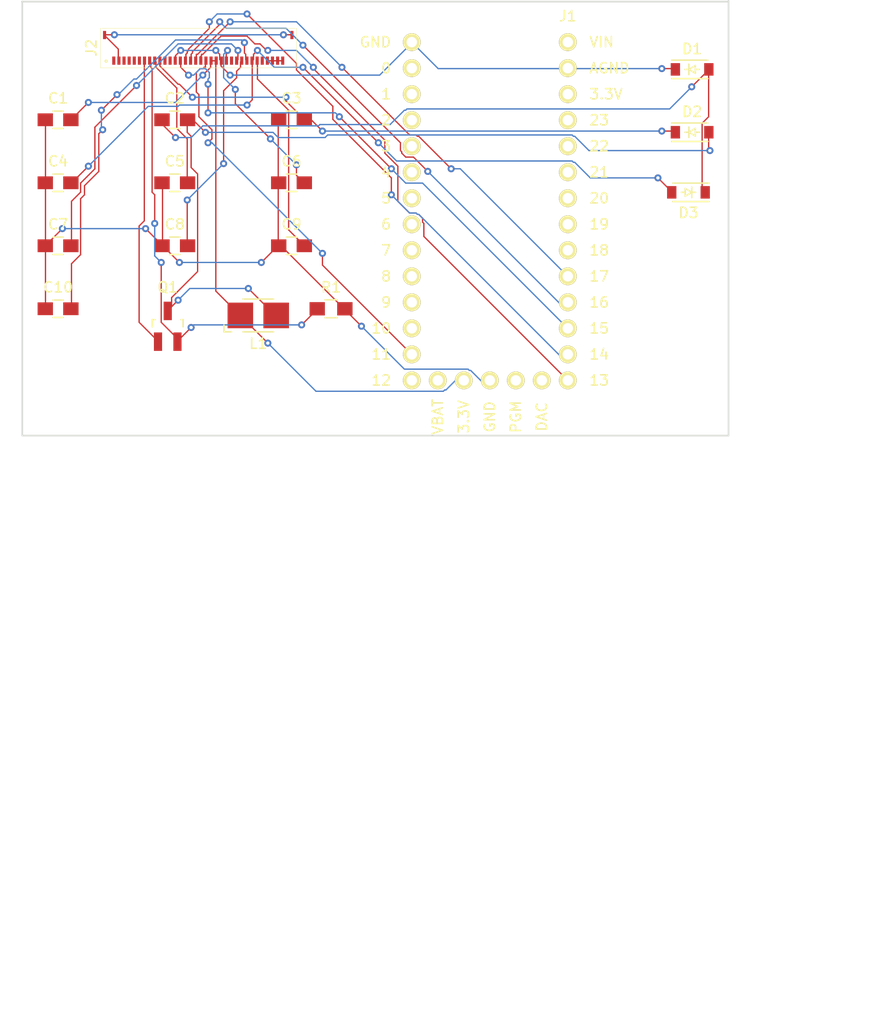
<source format=kicad_pcb>
(kicad_pcb (version 4) (host pcbnew 4.0.4-1.fc25-product)

  (general
    (links 48)
    (no_connects 1)
    (area 93.218001 23.274019 178.510001 123.265001)
    (thickness 1.6)
    (drawings 22)
    (tracks 477)
    (zones 0)
    (modules 18)
    (nets 55)
  )

  (page USLetter)
  (title_block
    (title "Project Title")
  )

  (layers
    (0 F.Cu signal)
    (31 B.Cu signal)
    (34 B.Paste user)
    (35 F.Paste user)
    (36 B.SilkS user)
    (37 F.SilkS user)
    (38 B.Mask user)
    (39 F.Mask user)
    (44 Edge.Cuts user)
    (46 B.CrtYd user)
    (47 F.CrtYd user)
    (48 B.Fab user)
    (49 F.Fab user)
  )

  (setup
    (last_trace_width 0.127)
    (user_trace_width 0.1524)
    (user_trace_width 0.254)
    (user_trace_width 0.3302)
    (user_trace_width 0.508)
    (user_trace_width 0.762)
    (user_trace_width 1.27)
    (trace_clearance 0.127)
    (zone_clearance 0.508)
    (zone_45_only no)
    (trace_min 0.127)
    (segment_width 0.1524)
    (edge_width 0.1524)
    (via_size 0.6858)
    (via_drill 0.3302)
    (via_min_size 0.6858)
    (via_min_drill 0.3302)
    (user_via 0.6858 0.3302)
    (user_via 0.762 0.4064)
    (user_via 0.8636 0.508)
    (uvia_size 0.3556)
    (uvia_drill 0.254)
    (uvias_allowed no)
    (uvia_min_size 0)
    (uvia_min_drill 0)
    (pcb_text_width 0.1524)
    (pcb_text_size 1.016 1.016)
    (mod_edge_width 0.1524)
    (mod_text_size 1.016 1.016)
    (mod_text_width 0.1524)
    (pad_size 1.524 1.524)
    (pad_drill 0.762)
    (pad_to_mask_clearance 0.0762)
    (solder_mask_min_width 0.1016)
    (pad_to_paste_clearance -0.0762)
    (aux_axis_origin 196.5452 123.5456)
    (visible_elements FFFFFFFF)
    (pcbplotparams
      (layerselection 0x310fc_80000001)
      (usegerberextensions true)
      (excludeedgelayer true)
      (linewidth 0.100000)
      (plotframeref false)
      (viasonmask false)
      (mode 1)
      (useauxorigin false)
      (hpglpennumber 1)
      (hpglpenspeed 20)
      (hpglpendiameter 15)
      (hpglpenoverlay 2)
      (psnegative false)
      (psa4output false)
      (plotreference true)
      (plotvalue true)
      (plotinvisibletext false)
      (padsonsilk false)
      (subtractmaskfromsilk false)
      (outputformat 1)
      (mirror false)
      (drillshape 0)
      (scaleselection 1)
      (outputdirectory gerbers))
  )

  (net 0 "")
  (net 1 "Net-(J1-Pad2)")
  (net 2 "Net-(J1-Pad1)")
  (net 3 "Net-(J1-Pad3)")
  (net 4 "Net-(J1-Pad4)")
  (net 5 "Net-(J1-Pad5)")
  (net 6 "Net-(J1-Pad6)")
  (net 7 "Net-(J1-Pad7)")
  (net 8 "Net-(J1-Pad8)")
  (net 9 "Net-(J1-Pad9)")
  (net 10 "Net-(J1-Pad10)")
  (net 11 "Net-(J1-Pad12)")
  (net 12 "Net-(J1-Pad18)")
  (net 13 "Net-(J1-Pad19)")
  (net 14 "Net-(J1-Pad20)")
  (net 15 "Net-(J1-Pad21)")
  (net 16 "Net-(J1-Pad22)")
  (net 17 "Net-(J1-Pad23)")
  (net 18 BS1)
  (net 19 "Net-(C2-Pad1)")
  (net 20 "Net-(C2-Pad2)")
  (net 21 VGH)
  (net 22 PRVGL)
  (net 23 VGL)
  (net 24 VDD)
  (net 25 VSH)
  (net 26 VGH2)
  (net 27 VSL)
  (net 28 VCOM)
  (net 29 NC2)
  (net 30 NC1)
  (net 31 NC3)
  (net 32 NC4)
  (net 33 NC5)
  (net 34 NC6)
  (net 35 GDR)
  (net 36 RESE)
  (net 37 TSCL)
  (net 38 TSDA)
  (net 39 BUSY)
  (net 40 ^RES)
  (net 41 ^D/C)
  (net 42 ^CS)
  (net 43 SCK)
  (net 44 DOUT)
  (net 45 VPP)
  (net 46 NC7)
  (net 47 NC8)
  (net 48 VDDIO)
  (net 49 "Net-(J1-Pad0)")
  (net 50 "Net-(J1-PadPGM)")
  (net 51 "Net-(J1-PadDAC)")
  (net 52 "Net-(J1-Pad3V2)")
  (net 53 "Net-(J1-PadVIN)")
  (net 54 "Net-(J1-PadVBAT)")

  (net_class Default "This is the default net class."
    (clearance 0.127)
    (trace_width 0.127)
    (via_dia 0.6858)
    (via_drill 0.3302)
    (uvia_dia 0.3556)
    (uvia_drill 0.254)
    (add_net BS1)
    (add_net BUSY)
    (add_net DOUT)
    (add_net GDR)
    (add_net NC1)
    (add_net NC2)
    (add_net NC3)
    (add_net NC4)
    (add_net NC5)
    (add_net NC6)
    (add_net NC7)
    (add_net NC8)
    (add_net "Net-(C2-Pad1)")
    (add_net "Net-(C2-Pad2)")
    (add_net "Net-(J1-Pad0)")
    (add_net "Net-(J1-Pad1)")
    (add_net "Net-(J1-Pad10)")
    (add_net "Net-(J1-Pad12)")
    (add_net "Net-(J1-Pad18)")
    (add_net "Net-(J1-Pad19)")
    (add_net "Net-(J1-Pad2)")
    (add_net "Net-(J1-Pad20)")
    (add_net "Net-(J1-Pad21)")
    (add_net "Net-(J1-Pad22)")
    (add_net "Net-(J1-Pad23)")
    (add_net "Net-(J1-Pad3)")
    (add_net "Net-(J1-Pad3V2)")
    (add_net "Net-(J1-Pad4)")
    (add_net "Net-(J1-Pad5)")
    (add_net "Net-(J1-Pad6)")
    (add_net "Net-(J1-Pad7)")
    (add_net "Net-(J1-Pad8)")
    (add_net "Net-(J1-Pad9)")
    (add_net "Net-(J1-PadDAC)")
    (add_net "Net-(J1-PadPGM)")
    (add_net "Net-(J1-PadVBAT)")
    (add_net "Net-(J1-PadVIN)")
    (add_net PRVGL)
    (add_net RESE)
    (add_net SCK)
    (add_net TSCL)
    (add_net TSDA)
    (add_net VCOM)
    (add_net VDD)
    (add_net VDDIO)
    (add_net VGH)
    (add_net VGH2)
    (add_net VGL)
    (add_net VPP)
    (add_net VSH)
    (add_net VSL)
    (add_net ^CS)
    (add_net ^D/C)
    (add_net ^RES)
  )

  (module Capacitors_SMD:C_0805_HandSoldering (layer F.Cu) (tedit 541A9B8D) (tstamp 58952AEF)
    (at 98.89262 34.967299)
    (descr "Capacitor SMD 0805, hand soldering")
    (tags "capacitor 0805")
    (path /58940842)
    (attr smd)
    (fp_text reference C1 (at 0 -2.1) (layer F.SilkS)
      (effects (font (size 1 1) (thickness 0.15)))
    )
    (fp_text value CAP-CER-1UF (at 0 2.1) (layer F.Fab)
      (effects (font (size 1 1) (thickness 0.15)))
    )
    (fp_line (start -2.3 -1) (end 2.3 -1) (layer F.CrtYd) (width 0.05))
    (fp_line (start -2.3 1) (end 2.3 1) (layer F.CrtYd) (width 0.05))
    (fp_line (start -2.3 -1) (end -2.3 1) (layer F.CrtYd) (width 0.05))
    (fp_line (start 2.3 -1) (end 2.3 1) (layer F.CrtYd) (width 0.05))
    (fp_line (start 0.5 -0.85) (end -0.5 -0.85) (layer F.SilkS) (width 0.15))
    (fp_line (start -0.5 0.85) (end 0.5 0.85) (layer F.SilkS) (width 0.15))
    (pad 1 smd rect (at -1.25 0) (size 1.5 1.25) (layers F.Cu F.Paste F.Mask)
      (net 18 BS1))
    (pad 2 smd rect (at 1.25 0) (size 1.5 1.25) (layers F.Cu F.Paste F.Mask)
      (net 48 VDDIO))
    (model Capacitors_SMD.3dshapes/C_0805_HandSoldering.wrl
      (at (xyz 0 0 0))
      (scale (xyz 1 1 1))
      (rotate (xyz 0 0 0))
    )
  )

  (module Capacitors_SMD:C_0805_HandSoldering (layer F.Cu) (tedit 541A9B8D) (tstamp 58952AF5)
    (at 110.29262 34.967299)
    (descr "Capacitor SMD 0805, hand soldering")
    (tags "capacitor 0805")
    (path /58940735)
    (attr smd)
    (fp_text reference C2 (at 0 -2.1) (layer F.SilkS)
      (effects (font (size 1 1) (thickness 0.15)))
    )
    (fp_text value CAP-CER-1UF (at 0 2.1) (layer F.Fab)
      (effects (font (size 1 1) (thickness 0.15)))
    )
    (fp_line (start -2.3 -1) (end 2.3 -1) (layer F.CrtYd) (width 0.05))
    (fp_line (start -2.3 1) (end 2.3 1) (layer F.CrtYd) (width 0.05))
    (fp_line (start -2.3 -1) (end -2.3 1) (layer F.CrtYd) (width 0.05))
    (fp_line (start 2.3 -1) (end 2.3 1) (layer F.CrtYd) (width 0.05))
    (fp_line (start 0.5 -0.85) (end -0.5 -0.85) (layer F.SilkS) (width 0.15))
    (fp_line (start -0.5 0.85) (end 0.5 0.85) (layer F.SilkS) (width 0.15))
    (pad 1 smd rect (at -1.25 0) (size 1.5 1.25) (layers F.Cu F.Paste F.Mask)
      (net 19 "Net-(C2-Pad1)"))
    (pad 2 smd rect (at 1.25 0) (size 1.5 1.25) (layers F.Cu F.Paste F.Mask)
      (net 20 "Net-(C2-Pad2)"))
    (model Capacitors_SMD.3dshapes/C_0805_HandSoldering.wrl
      (at (xyz 0 0 0))
      (scale (xyz 1 1 1))
      (rotate (xyz 0 0 0))
    )
  )

  (module Capacitors_SMD:C_0805_HandSoldering (layer F.Cu) (tedit 541A9B8D) (tstamp 58952AFB)
    (at 121.69262 34.967299)
    (descr "Capacitor SMD 0805, hand soldering")
    (tags "capacitor 0805")
    (path /5895556F)
    (attr smd)
    (fp_text reference C3 (at 0 -2.1) (layer F.SilkS)
      (effects (font (size 1 1) (thickness 0.15)))
    )
    (fp_text value CAP-CER-1UF (at 0 2.1) (layer F.Fab)
      (effects (font (size 1 1) (thickness 0.15)))
    )
    (fp_line (start -2.3 -1) (end 2.3 -1) (layer F.CrtYd) (width 0.05))
    (fp_line (start -2.3 1) (end 2.3 1) (layer F.CrtYd) (width 0.05))
    (fp_line (start -2.3 -1) (end -2.3 1) (layer F.CrtYd) (width 0.05))
    (fp_line (start 2.3 -1) (end 2.3 1) (layer F.CrtYd) (width 0.05))
    (fp_line (start 0.5 -0.85) (end -0.5 -0.85) (layer F.SilkS) (width 0.15))
    (fp_line (start -0.5 0.85) (end 0.5 0.85) (layer F.SilkS) (width 0.15))
    (pad 1 smd rect (at -1.25 0) (size 1.5 1.25) (layers F.Cu F.Paste F.Mask)
      (net 18 BS1))
    (pad 2 smd rect (at 1.25 0) (size 1.5 1.25) (layers F.Cu F.Paste F.Mask)
      (net 21 VGH))
    (model Capacitors_SMD.3dshapes/C_0805_HandSoldering.wrl
      (at (xyz 0 0 0))
      (scale (xyz 1 1 1))
      (rotate (xyz 0 0 0))
    )
  )

  (module Capacitors_SMD:C_0805_HandSoldering (layer F.Cu) (tedit 541A9B8D) (tstamp 58952B01)
    (at 98.89262 41.117299)
    (descr "Capacitor SMD 0805, hand soldering")
    (tags "capacitor 0805")
    (path /589409D9)
    (attr smd)
    (fp_text reference C4 (at 0 -2.1) (layer F.SilkS)
      (effects (font (size 1 1) (thickness 0.15)))
    )
    (fp_text value CAP-CER-1UF (at 0 2.1) (layer F.Fab)
      (effects (font (size 1 1) (thickness 0.15)))
    )
    (fp_line (start -2.3 -1) (end 2.3 -1) (layer F.CrtYd) (width 0.05))
    (fp_line (start -2.3 1) (end 2.3 1) (layer F.CrtYd) (width 0.05))
    (fp_line (start -2.3 -1) (end -2.3 1) (layer F.CrtYd) (width 0.05))
    (fp_line (start 2.3 -1) (end 2.3 1) (layer F.CrtYd) (width 0.05))
    (fp_line (start 0.5 -0.85) (end -0.5 -0.85) (layer F.SilkS) (width 0.15))
    (fp_line (start -0.5 0.85) (end 0.5 0.85) (layer F.SilkS) (width 0.15))
    (pad 1 smd rect (at -1.25 0) (size 1.5 1.25) (layers F.Cu F.Paste F.Mask)
      (net 18 BS1))
    (pad 2 smd rect (at 1.25 0) (size 1.5 1.25) (layers F.Cu F.Paste F.Mask)
      (net 22 PRVGL))
    (model Capacitors_SMD.3dshapes/C_0805_HandSoldering.wrl
      (at (xyz 0 0 0))
      (scale (xyz 1 1 1))
      (rotate (xyz 0 0 0))
    )
  )

  (module Capacitors_SMD:C_0805_HandSoldering (layer F.Cu) (tedit 541A9B8D) (tstamp 58952B07)
    (at 110.29262 41.117299)
    (descr "Capacitor SMD 0805, hand soldering")
    (tags "capacitor 0805")
    (path /5893EA94)
    (attr smd)
    (fp_text reference C5 (at 0 -2.1) (layer F.SilkS)
      (effects (font (size 1 1) (thickness 0.15)))
    )
    (fp_text value CAP-CER-1UF (at 0 2.1) (layer F.Fab)
      (effects (font (size 1 1) (thickness 0.15)))
    )
    (fp_line (start -2.3 -1) (end 2.3 -1) (layer F.CrtYd) (width 0.05))
    (fp_line (start -2.3 1) (end 2.3 1) (layer F.CrtYd) (width 0.05))
    (fp_line (start -2.3 -1) (end -2.3 1) (layer F.CrtYd) (width 0.05))
    (fp_line (start 2.3 -1) (end 2.3 1) (layer F.CrtYd) (width 0.05))
    (fp_line (start 0.5 -0.85) (end -0.5 -0.85) (layer F.SilkS) (width 0.15))
    (fp_line (start -0.5 0.85) (end 0.5 0.85) (layer F.SilkS) (width 0.15))
    (pad 1 smd rect (at -1.25 0) (size 1.5 1.25) (layers F.Cu F.Paste F.Mask)
      (net 18 BS1))
    (pad 2 smd rect (at 1.25 0) (size 1.5 1.25) (layers F.Cu F.Paste F.Mask)
      (net 23 VGL))
    (model Capacitors_SMD.3dshapes/C_0805_HandSoldering.wrl
      (at (xyz 0 0 0))
      (scale (xyz 1 1 1))
      (rotate (xyz 0 0 0))
    )
  )

  (module Capacitors_SMD:C_0805_HandSoldering (layer F.Cu) (tedit 541A9B8D) (tstamp 58952B0D)
    (at 121.69262 41.117299)
    (descr "Capacitor SMD 0805, hand soldering")
    (tags "capacitor 0805")
    (path /5893F2DB)
    (attr smd)
    (fp_text reference C6 (at 0 -2.1) (layer F.SilkS)
      (effects (font (size 1 1) (thickness 0.15)))
    )
    (fp_text value CAP-CER-1UF (at 0 2.1) (layer F.Fab)
      (effects (font (size 1 1) (thickness 0.15)))
    )
    (fp_line (start -2.3 -1) (end 2.3 -1) (layer F.CrtYd) (width 0.05))
    (fp_line (start -2.3 1) (end 2.3 1) (layer F.CrtYd) (width 0.05))
    (fp_line (start -2.3 -1) (end -2.3 1) (layer F.CrtYd) (width 0.05))
    (fp_line (start 2.3 -1) (end 2.3 1) (layer F.CrtYd) (width 0.05))
    (fp_line (start 0.5 -0.85) (end -0.5 -0.85) (layer F.SilkS) (width 0.15))
    (fp_line (start -0.5 0.85) (end 0.5 0.85) (layer F.SilkS) (width 0.15))
    (pad 1 smd rect (at -1.25 0) (size 1.5 1.25) (layers F.Cu F.Paste F.Mask)
      (net 18 BS1))
    (pad 2 smd rect (at 1.25 0) (size 1.5 1.25) (layers F.Cu F.Paste F.Mask)
      (net 24 VDD))
    (model Capacitors_SMD.3dshapes/C_0805_HandSoldering.wrl
      (at (xyz 0 0 0))
      (scale (xyz 1 1 1))
      (rotate (xyz 0 0 0))
    )
  )

  (module Capacitors_SMD:C_0805_HandSoldering (layer F.Cu) (tedit 541A9B8D) (tstamp 58952B13)
    (at 98.89262 47.267299)
    (descr "Capacitor SMD 0805, hand soldering")
    (tags "capacitor 0805")
    (path /5893F39D)
    (attr smd)
    (fp_text reference C7 (at 0 -2.1) (layer F.SilkS)
      (effects (font (size 1 1) (thickness 0.15)))
    )
    (fp_text value CAP-CER-1UF (at 0 2.1) (layer F.Fab)
      (effects (font (size 1 1) (thickness 0.15)))
    )
    (fp_line (start -2.3 -1) (end 2.3 -1) (layer F.CrtYd) (width 0.05))
    (fp_line (start -2.3 1) (end 2.3 1) (layer F.CrtYd) (width 0.05))
    (fp_line (start -2.3 -1) (end -2.3 1) (layer F.CrtYd) (width 0.05))
    (fp_line (start 2.3 -1) (end 2.3 1) (layer F.CrtYd) (width 0.05))
    (fp_line (start 0.5 -0.85) (end -0.5 -0.85) (layer F.SilkS) (width 0.15))
    (fp_line (start -0.5 0.85) (end 0.5 0.85) (layer F.SilkS) (width 0.15))
    (pad 1 smd rect (at -1.25 0) (size 1.5 1.25) (layers F.Cu F.Paste F.Mask)
      (net 18 BS1))
    (pad 2 smd rect (at 1.25 0) (size 1.5 1.25) (layers F.Cu F.Paste F.Mask)
      (net 25 VSH))
    (model Capacitors_SMD.3dshapes/C_0805_HandSoldering.wrl
      (at (xyz 0 0 0))
      (scale (xyz 1 1 1))
      (rotate (xyz 0 0 0))
    )
  )

  (module Capacitors_SMD:C_0805_HandSoldering (layer F.Cu) (tedit 541A9B8D) (tstamp 58952B19)
    (at 110.29262 47.267299)
    (descr "Capacitor SMD 0805, hand soldering")
    (tags "capacitor 0805")
    (path /5893F5FD)
    (attr smd)
    (fp_text reference C8 (at 0 -2.1) (layer F.SilkS)
      (effects (font (size 1 1) (thickness 0.15)))
    )
    (fp_text value CAP-CER-1UF (at 0 2.1) (layer F.Fab)
      (effects (font (size 1 1) (thickness 0.15)))
    )
    (fp_line (start -2.3 -1) (end 2.3 -1) (layer F.CrtYd) (width 0.05))
    (fp_line (start -2.3 1) (end 2.3 1) (layer F.CrtYd) (width 0.05))
    (fp_line (start -2.3 -1) (end -2.3 1) (layer F.CrtYd) (width 0.05))
    (fp_line (start 2.3 -1) (end 2.3 1) (layer F.CrtYd) (width 0.05))
    (fp_line (start 0.5 -0.85) (end -0.5 -0.85) (layer F.SilkS) (width 0.15))
    (fp_line (start -0.5 0.85) (end 0.5 0.85) (layer F.SilkS) (width 0.15))
    (pad 1 smd rect (at -1.25 0) (size 1.5 1.25) (layers F.Cu F.Paste F.Mask)
      (net 18 BS1))
    (pad 2 smd rect (at 1.25 0) (size 1.5 1.25) (layers F.Cu F.Paste F.Mask)
      (net 26 VGH2))
    (model Capacitors_SMD.3dshapes/C_0805_HandSoldering.wrl
      (at (xyz 0 0 0))
      (scale (xyz 1 1 1))
      (rotate (xyz 0 0 0))
    )
  )

  (module Capacitors_SMD:C_0805_HandSoldering (layer F.Cu) (tedit 541A9B8D) (tstamp 58952B1F)
    (at 121.69262 47.267299)
    (descr "Capacitor SMD 0805, hand soldering")
    (tags "capacitor 0805")
    (path /5893F621)
    (attr smd)
    (fp_text reference C9 (at 0 -2.1) (layer F.SilkS)
      (effects (font (size 1 1) (thickness 0.15)))
    )
    (fp_text value CAP-CER-1UF (at 0 2.1) (layer F.Fab)
      (effects (font (size 1 1) (thickness 0.15)))
    )
    (fp_line (start -2.3 -1) (end 2.3 -1) (layer F.CrtYd) (width 0.05))
    (fp_line (start -2.3 1) (end 2.3 1) (layer F.CrtYd) (width 0.05))
    (fp_line (start -2.3 -1) (end -2.3 1) (layer F.CrtYd) (width 0.05))
    (fp_line (start 2.3 -1) (end 2.3 1) (layer F.CrtYd) (width 0.05))
    (fp_line (start 0.5 -0.85) (end -0.5 -0.85) (layer F.SilkS) (width 0.15))
    (fp_line (start -0.5 0.85) (end 0.5 0.85) (layer F.SilkS) (width 0.15))
    (pad 1 smd rect (at -1.25 0) (size 1.5 1.25) (layers F.Cu F.Paste F.Mask)
      (net 18 BS1))
    (pad 2 smd rect (at 1.25 0) (size 1.5 1.25) (layers F.Cu F.Paste F.Mask)
      (net 28 VCOM))
    (model Capacitors_SMD.3dshapes/C_0805_HandSoldering.wrl
      (at (xyz 0 0 0))
      (scale (xyz 1 1 1))
      (rotate (xyz 0 0 0))
    )
  )

  (module Capacitors_SMD:C_0805_HandSoldering (layer F.Cu) (tedit 541A9B8D) (tstamp 58952B25)
    (at 98.89262 53.417299)
    (descr "Capacitor SMD 0805, hand soldering")
    (tags "capacitor 0805")
    (path /5895580B)
    (attr smd)
    (fp_text reference C10 (at 0 -2.1) (layer F.SilkS)
      (effects (font (size 1 1) (thickness 0.15)))
    )
    (fp_text value CAP-CER-1UF (at 0 2.1) (layer F.Fab)
      (effects (font (size 1 1) (thickness 0.15)))
    )
    (fp_line (start -2.3 -1) (end 2.3 -1) (layer F.CrtYd) (width 0.05))
    (fp_line (start -2.3 1) (end 2.3 1) (layer F.CrtYd) (width 0.05))
    (fp_line (start -2.3 -1) (end -2.3 1) (layer F.CrtYd) (width 0.05))
    (fp_line (start 2.3 -1) (end 2.3 1) (layer F.CrtYd) (width 0.05))
    (fp_line (start 0.5 -0.85) (end -0.5 -0.85) (layer F.SilkS) (width 0.15))
    (fp_line (start -0.5 0.85) (end 0.5 0.85) (layer F.SilkS) (width 0.15))
    (pad 1 smd rect (at -1.25 0) (size 1.5 1.25) (layers F.Cu F.Paste F.Mask)
      (net 18 BS1))
    (pad 2 smd rect (at 1.25 0) (size 1.5 1.25) (layers F.Cu F.Paste F.Mask)
      (net 27 VSL))
    (model Capacitors_SMD.3dshapes/C_0805_HandSoldering.wrl
      (at (xyz 0 0 0))
      (scale (xyz 1 1 1))
      (rotate (xyz 0 0 0))
    )
  )

  (module Diodes_SMD:SOD-123 (layer F.Cu) (tedit 5530FCB9) (tstamp 58952B2B)
    (at 160.8201 30.0482)
    (descr SOD-123)
    (tags SOD-123)
    (path /5894140E)
    (attr smd)
    (fp_text reference D1 (at 0 -2) (layer F.SilkS)
      (effects (font (size 1 1) (thickness 0.15)))
    )
    (fp_text value DIODE (at 0 2.1) (layer F.Fab)
      (effects (font (size 1 1) (thickness 0.15)))
    )
    (fp_line (start 0.3175 0) (end 0.6985 0) (layer F.SilkS) (width 0.15))
    (fp_line (start -0.6985 0) (end -0.3175 0) (layer F.SilkS) (width 0.15))
    (fp_line (start -0.3175 0) (end 0.3175 -0.381) (layer F.SilkS) (width 0.15))
    (fp_line (start 0.3175 -0.381) (end 0.3175 0.381) (layer F.SilkS) (width 0.15))
    (fp_line (start 0.3175 0.381) (end -0.3175 0) (layer F.SilkS) (width 0.15))
    (fp_line (start -0.3175 -0.508) (end -0.3175 0.508) (layer F.SilkS) (width 0.15))
    (fp_line (start -2.25 -1.05) (end 2.25 -1.05) (layer F.CrtYd) (width 0.05))
    (fp_line (start 2.25 -1.05) (end 2.25 1.05) (layer F.CrtYd) (width 0.05))
    (fp_line (start 2.25 1.05) (end -2.25 1.05) (layer F.CrtYd) (width 0.05))
    (fp_line (start -2.25 -1.05) (end -2.25 1.05) (layer F.CrtYd) (width 0.05))
    (fp_line (start -2 0.9) (end 1.54 0.9) (layer F.SilkS) (width 0.15))
    (fp_line (start -2 -0.9) (end 1.54 -0.9) (layer F.SilkS) (width 0.15))
    (pad 1 smd rect (at -1.635 0) (size 0.91 1.22) (layers F.Cu F.Paste F.Mask)
      (net 18 BS1))
    (pad 2 smd rect (at 1.635 0) (size 0.91 1.22) (layers F.Cu F.Paste F.Mask)
      (net 19 "Net-(C2-Pad1)"))
  )

  (module Diodes_SMD:SOD-123 (layer F.Cu) (tedit 5530FCB9) (tstamp 58952B31)
    (at 160.8201 36.1823)
    (descr SOD-123)
    (tags SOD-123)
    (path /58941074)
    (attr smd)
    (fp_text reference D2 (at 0 -2) (layer F.SilkS)
      (effects (font (size 1 1) (thickness 0.15)))
    )
    (fp_text value DIODE (at 0 2.1) (layer F.Fab)
      (effects (font (size 1 1) (thickness 0.15)))
    )
    (fp_line (start 0.3175 0) (end 0.6985 0) (layer F.SilkS) (width 0.15))
    (fp_line (start -0.6985 0) (end -0.3175 0) (layer F.SilkS) (width 0.15))
    (fp_line (start -0.3175 0) (end 0.3175 -0.381) (layer F.SilkS) (width 0.15))
    (fp_line (start 0.3175 -0.381) (end 0.3175 0.381) (layer F.SilkS) (width 0.15))
    (fp_line (start 0.3175 0.381) (end -0.3175 0) (layer F.SilkS) (width 0.15))
    (fp_line (start -0.3175 -0.508) (end -0.3175 0.508) (layer F.SilkS) (width 0.15))
    (fp_line (start -2.25 -1.05) (end 2.25 -1.05) (layer F.CrtYd) (width 0.05))
    (fp_line (start 2.25 -1.05) (end 2.25 1.05) (layer F.CrtYd) (width 0.05))
    (fp_line (start 2.25 1.05) (end -2.25 1.05) (layer F.CrtYd) (width 0.05))
    (fp_line (start -2.25 -1.05) (end -2.25 1.05) (layer F.CrtYd) (width 0.05))
    (fp_line (start -2 0.9) (end 1.54 0.9) (layer F.SilkS) (width 0.15))
    (fp_line (start -2 -0.9) (end 1.54 -0.9) (layer F.SilkS) (width 0.15))
    (pad 1 smd rect (at -1.635 0) (size 0.91 1.22) (layers F.Cu F.Paste F.Mask)
      (net 21 VGH))
    (pad 2 smd rect (at 1.635 0) (size 0.91 1.22) (layers F.Cu F.Paste F.Mask)
      (net 20 "Net-(C2-Pad2)"))
  )

  (module Diodes_SMD:SOD-123 (layer F.Cu) (tedit 5530FCB9) (tstamp 58952B37)
    (at 160.4645 42.0497 180)
    (descr SOD-123)
    (tags SOD-123)
    (path /58941226)
    (attr smd)
    (fp_text reference D3 (at 0 -2 180) (layer F.SilkS)
      (effects (font (size 1 1) (thickness 0.15)))
    )
    (fp_text value DIODE (at 0 2.1 180) (layer F.Fab)
      (effects (font (size 1 1) (thickness 0.15)))
    )
    (fp_line (start 0.3175 0) (end 0.6985 0) (layer F.SilkS) (width 0.15))
    (fp_line (start -0.6985 0) (end -0.3175 0) (layer F.SilkS) (width 0.15))
    (fp_line (start -0.3175 0) (end 0.3175 -0.381) (layer F.SilkS) (width 0.15))
    (fp_line (start 0.3175 -0.381) (end 0.3175 0.381) (layer F.SilkS) (width 0.15))
    (fp_line (start 0.3175 0.381) (end -0.3175 0) (layer F.SilkS) (width 0.15))
    (fp_line (start -0.3175 -0.508) (end -0.3175 0.508) (layer F.SilkS) (width 0.15))
    (fp_line (start -2.25 -1.05) (end 2.25 -1.05) (layer F.CrtYd) (width 0.05))
    (fp_line (start 2.25 -1.05) (end 2.25 1.05) (layer F.CrtYd) (width 0.05))
    (fp_line (start 2.25 1.05) (end -2.25 1.05) (layer F.CrtYd) (width 0.05))
    (fp_line (start -2.25 -1.05) (end -2.25 1.05) (layer F.CrtYd) (width 0.05))
    (fp_line (start -2 0.9) (end 1.54 0.9) (layer F.SilkS) (width 0.15))
    (fp_line (start -2 -0.9) (end 1.54 -0.9) (layer F.SilkS) (width 0.15))
    (pad 1 smd rect (at -1.635 0 180) (size 0.91 1.22) (layers F.Cu F.Paste F.Mask)
      (net 19 "Net-(C2-Pad1)"))
    (pad 2 smd rect (at 1.635 0 180) (size 0.91 1.22) (layers F.Cu F.Paste F.Mask)
      (net 22 PRVGL))
  )

  (module Wickerlib:TEENSY-3.2-SILK (layer F.Cu) (tedit 583B5CF0) (tstamp 58952B5C)
    (at 143.600002 37.5473)
    (path /58956D44)
    (fp_text reference J1 (at -2 0) (layer F.Fab)
      (effects (font (size 1 1) (thickness 0.15)))
    )
    (fp_text value TEENSY3.2-72MHz (at -2.54 20.32) (layer F.Fab) hide
      (effects (font (size 1 1) (thickness 0.15)))
    )
    (fp_text user VIN (at 8.382095 -10.16) (layer F.SilkS)
      (effects (font (size 1 1) (thickness 0.15)))
    )
    (fp_line (start 0 -9.5) (end 0 -11.5) (layer F.Fab) (width 0.05))
    (fp_line (start -4.5 -9.5) (end 0 -9.5) (layer F.Fab) (width 0.05))
    (fp_line (start -4.5 -11.5) (end -4.5 -9.5) (layer F.Fab) (width 0.05))
    (fp_line (start -11.5 24) (end 6.5 24) (layer F.Fab) (width 0.05))
    (fp_line (start -11.5 -11.5) (end -11.5 24) (layer F.Fab) (width 0.05))
    (fp_line (start 6.5 -11.5) (end -11.5 -11.5) (layer F.Fab) (width 0.05))
    (fp_line (start 6.5 24) (end 6.5 -11.5) (layer F.Fab) (width 0.05))
    (fp_text user %R (at 5.08 -12.7) (layer F.SilkS)
      (effects (font (size 1 1) (thickness 0.15)))
    )
    (fp_line (start -11.43 24.13) (end 6.35 24.13) (layer F.CrtYd) (width 0.1524))
    (fp_line (start -11.43 -11.43) (end -11.43 24.13) (layer F.CrtYd) (width 0.1524))
    (fp_line (start 6.35 -11.43) (end -11.43 -11.43) (layer F.CrtYd) (width 0.1524))
    (fp_line (start 6.35 24.13) (end 6.35 -11.43) (layer F.CrtYd) (width 0.1524))
    (fp_text user AGND (at 9.144 -7.62) (layer F.SilkS)
      (effects (font (size 1 1) (thickness 0.15)))
    )
    (fp_text user 3.3V (at 8.810666 -5.08) (layer F.SilkS)
      (effects (font (size 1 1) (thickness 0.15)))
    )
    (fp_text user 23 (at 8.144 -2.54) (layer F.SilkS)
      (effects (font (size 1 1) (thickness 0.15)))
    )
    (fp_text user 22 (at 8.144 0) (layer F.SilkS)
      (effects (font (size 1 1) (thickness 0.15)))
    )
    (fp_text user 21 (at 8.144 2.54) (layer F.SilkS)
      (effects (font (size 1 1) (thickness 0.15)))
    )
    (fp_text user 20 (at 8.144 5.08) (layer F.SilkS)
      (effects (font (size 1 1) (thickness 0.15)))
    )
    (fp_text user 19 (at 8.144 7.62) (layer F.SilkS)
      (effects (font (size 1 1) (thickness 0.15)))
    )
    (fp_text user 18 (at 8.144 10.16) (layer F.SilkS)
      (effects (font (size 1 1) (thickness 0.15)))
    )
    (fp_text user 17 (at 8.144 12.7) (layer F.SilkS)
      (effects (font (size 1 1) (thickness 0.15)))
    )
    (fp_text user 16 (at 8.144 15.24) (layer F.SilkS)
      (effects (font (size 1 1) (thickness 0.15)))
    )
    (fp_text user 15 (at 8.144 17.78) (layer F.SilkS)
      (effects (font (size 1 1) (thickness 0.15)))
    )
    (fp_text user 14 (at 8.144 20.32) (layer F.SilkS)
      (effects (font (size 1 1) (thickness 0.15)))
    )
    (fp_text user 13 (at 8.144 22.86) (layer F.SilkS)
      (effects (font (size 1 1) (thickness 0.15)))
    )
    (fp_text user 0 (at -12.668381 -7.62) (layer F.SilkS)
      (effects (font (size 1 1) (thickness 0.15)))
    )
    (fp_text user GND (at -13.716 -10.16) (layer F.SilkS)
      (effects (font (size 1 1) (thickness 0.15)))
    )
    (fp_text user VBAT (at -7.62 26.416 90) (layer F.SilkS)
      (effects (font (size 1 1) (thickness 0.15)))
    )
    (fp_text user 3.3V (at -5.08 26.416 90) (layer F.SilkS)
      (effects (font (size 1 1) (thickness 0.15)))
    )
    (fp_text user GND (at -2.54 26.416 90) (layer F.SilkS)
      (effects (font (size 1 1) (thickness 0.15)))
    )
    (fp_text user PGM (at 0 26.416 90) (layer F.SilkS)
      (effects (font (size 1 1) (thickness 0.15)))
    )
    (fp_text user DAC (at 2.54 26.416 90) (layer F.SilkS)
      (effects (font (size 1 1) (thickness 0.15)))
    )
    (fp_text user 1 (at -12.668381 -5.08) (layer F.SilkS)
      (effects (font (size 1 1) (thickness 0.15)))
    )
    (fp_text user 2 (at -12.668381 -2.54) (layer F.SilkS)
      (effects (font (size 1 1) (thickness 0.15)))
    )
    (fp_text user 3 (at -12.668381 0) (layer F.SilkS)
      (effects (font (size 1 1) (thickness 0.15)))
    )
    (fp_text user 4 (at -12.668381 2.54) (layer F.SilkS)
      (effects (font (size 1 1) (thickness 0.15)))
    )
    (fp_text user 5 (at -12.668381 5.08) (layer F.SilkS)
      (effects (font (size 1 1) (thickness 0.15)))
    )
    (fp_text user 6 (at -12.668381 7.62) (layer F.SilkS)
      (effects (font (size 1 1) (thickness 0.15)))
    )
    (fp_text user 7 (at -12.668381 10.16) (layer F.SilkS)
      (effects (font (size 1 1) (thickness 0.15)))
    )
    (fp_text user 8 (at -12.668381 12.7) (layer F.SilkS)
      (effects (font (size 1 1) (thickness 0.15)))
    )
    (fp_text user 9 (at -12.668381 15.24) (layer F.SilkS)
      (effects (font (size 1 1) (thickness 0.15)))
    )
    (fp_text user 10 (at -13.144571 17.78) (layer F.SilkS)
      (effects (font (size 1 1) (thickness 0.15)))
    )
    (fp_text user 11 (at -13.144571 20.32) (layer F.SilkS)
      (effects (font (size 1 1) (thickness 0.15)))
    )
    (fp_text user 12 (at -13.144571 22.86) (layer F.SilkS)
      (effects (font (size 1 1) (thickness 0.15)))
    )
    (pad G1 thru_hole circle (at -10.16 -10.16) (size 1.7272 1.7272) (drill 1.016) (layers *.Cu *.Mask F.SilkS)
      (net 18 BS1))
    (pad 0 thru_hole circle (at -10.16 -7.62) (size 1.7272 1.7272) (drill 1.016) (layers *.Cu *.Mask F.SilkS)
      (net 49 "Net-(J1-Pad0)"))
    (pad 1 thru_hole circle (at -10.16 -5.08) (size 1.7272 1.7272) (drill 1.016) (layers *.Cu *.Mask F.SilkS)
      (net 2 "Net-(J1-Pad1)"))
    (pad 2 thru_hole circle (at -10.16 -2.54) (size 1.7272 1.7272) (drill 1.016) (layers *.Cu *.Mask F.SilkS)
      (net 1 "Net-(J1-Pad2)"))
    (pad 3 thru_hole circle (at -10.16 0) (size 1.7272 1.7272) (drill 1.016) (layers *.Cu *.Mask F.SilkS)
      (net 3 "Net-(J1-Pad3)"))
    (pad 4 thru_hole circle (at -10.16 2.54) (size 1.7272 1.7272) (drill 1.016) (layers *.Cu *.Mask F.SilkS)
      (net 4 "Net-(J1-Pad4)"))
    (pad 5 thru_hole circle (at -10.16 5.08) (size 1.7272 1.7272) (drill 1.016) (layers *.Cu *.Mask F.SilkS)
      (net 5 "Net-(J1-Pad5)"))
    (pad 6 thru_hole circle (at -10.16 7.62) (size 1.7272 1.7272) (drill 1.016) (layers *.Cu *.Mask F.SilkS)
      (net 6 "Net-(J1-Pad6)"))
    (pad 7 thru_hole circle (at -10.16 10.16) (size 1.7272 1.7272) (drill 1.016) (layers *.Cu *.Mask F.SilkS)
      (net 7 "Net-(J1-Pad7)"))
    (pad 8 thru_hole circle (at -10.16 12.7) (size 1.7272 1.7272) (drill 1.016) (layers *.Cu *.Mask F.SilkS)
      (net 8 "Net-(J1-Pad8)"))
    (pad 9 thru_hole circle (at -10.16 15.24) (size 1.7272 1.7272) (drill 1.016) (layers *.Cu *.Mask F.SilkS)
      (net 9 "Net-(J1-Pad9)"))
    (pad 10 thru_hole circle (at -10.16 17.78) (size 1.7272 1.7272) (drill 1.016) (layers *.Cu *.Mask F.SilkS)
      (net 10 "Net-(J1-Pad10)"))
    (pad 11 thru_hole circle (at -10.16 20.32) (size 1.7272 1.7272) (drill 1.016) (layers *.Cu *.Mask F.SilkS)
      (net 44 DOUT))
    (pad 12 thru_hole circle (at -10.16 22.86) (size 1.7272 1.7272) (drill 1.016) (layers *.Cu *.Mask F.SilkS)
      (net 11 "Net-(J1-Pad12)"))
    (pad VBAT thru_hole circle (at -7.62 22.86) (size 1.7272 1.7272) (drill 1.016) (layers *.Cu *.Mask F.SilkS)
      (net 54 "Net-(J1-PadVBAT)"))
    (pad 3V1 thru_hole circle (at -5.08 22.86) (size 1.7272 1.7272) (drill 1.016) (layers *.Cu *.Mask F.SilkS)
      (net 48 VDDIO))
    (pad G2 thru_hole circle (at -2.54 22.86) (size 1.7272 1.7272) (drill 1.016) (layers *.Cu *.Mask F.SilkS)
      (net 18 BS1))
    (pad PGM thru_hole circle (at 0 22.86) (size 1.7272 1.7272) (drill 1.016) (layers *.Cu *.Mask F.SilkS)
      (net 50 "Net-(J1-PadPGM)"))
    (pad DAC thru_hole circle (at 2.54 22.86) (size 1.7272 1.7272) (drill 1.016) (layers *.Cu *.Mask F.SilkS)
      (net 51 "Net-(J1-PadDAC)"))
    (pad 13 thru_hole circle (at 5.08 22.86) (size 1.7272 1.7272) (drill 1.016) (layers *.Cu *.Mask F.SilkS)
      (net 43 SCK))
    (pad 16 thru_hole circle (at 5.08 15.24) (size 1.7272 1.7272) (drill 1.016) (layers *.Cu *.Mask F.SilkS)
      (net 41 ^D/C))
    (pad 3V2 thru_hole circle (at 5.08 -5.08) (size 1.7272 1.7272) (drill 1.016) (layers *.Cu *.Mask F.SilkS)
      (net 52 "Net-(J1-Pad3V2)"))
    (pad 18 thru_hole circle (at 5.08 10.16) (size 1.7272 1.7272) (drill 1.016) (layers *.Cu *.Mask F.SilkS)
      (net 12 "Net-(J1-Pad18)"))
    (pad 17 thru_hole circle (at 5.08 12.7) (size 1.7272 1.7272) (drill 1.016) (layers *.Cu *.Mask F.SilkS)
      (net 42 ^CS))
    (pad AG thru_hole circle (at 5.08 -7.62) (size 1.7272 1.7272) (drill 1.016) (layers *.Cu *.Mask F.SilkS)
      (net 18 BS1))
    (pad 22 thru_hole circle (at 5.08 0) (size 1.7272 1.7272) (drill 1.016) (layers *.Cu *.Mask F.SilkS)
      (net 16 "Net-(J1-Pad22)"))
    (pad VIN thru_hole circle (at 5.08 -10.16) (size 1.7272 1.7272) (drill 1.016) (layers *.Cu *.Mask F.SilkS)
      (net 53 "Net-(J1-PadVIN)"))
    (pad 21 thru_hole circle (at 5.08 2.54) (size 1.7272 1.7272) (drill 1.016) (layers *.Cu *.Mask F.SilkS)
      (net 15 "Net-(J1-Pad21)"))
    (pad 20 thru_hole circle (at 5.08 5.08) (size 1.7272 1.7272) (drill 1.016) (layers *.Cu *.Mask F.SilkS)
      (net 14 "Net-(J1-Pad20)"))
    (pad 19 thru_hole circle (at 5.08 7.62) (size 1.7272 1.7272) (drill 1.016) (layers *.Cu *.Mask F.SilkS)
      (net 13 "Net-(J1-Pad19)"))
    (pad 23 thru_hole circle (at 5.08 -2.54) (size 1.7272 1.7272) (drill 1.016) (layers *.Cu *.Mask F.SilkS)
      (net 17 "Net-(J1-Pad23)"))
    (pad 14 thru_hole circle (at 5.08 20.32) (size 1.7272 1.7272) (drill 1.016) (layers *.Cu *.Mask F.SilkS)
      (net 40 ^RES))
    (pad 15 thru_hole circle (at 5.08 17.78) (size 1.7272 1.7272) (drill 1.016) (layers *.Cu *.Mask F.SilkS)
      (net 39 BUSY))
  )

  (module Wickerlib:CONN-HEADER-FH34SRJ-34S-0.5SH (layer F.Cu) (tedit 58425DB7) (tstamp 58952B84)
    (at 112.559286 28.01762)
    (path /58799DE1)
    (fp_text reference J2 (at -0.225 -0.325 180) (layer F.Fab)
      (effects (font (size 1 1) (thickness 0.15)))
    )
    (fp_text value HEADER-FEMALE-34POS-FFC-SMT-1x34-P0.5MM (at 0 2.9 180) (layer F.Fab) hide
      (effects (font (size 1 1) (thickness 0.15)))
    )
    (fp_line (start 9.625 -1.975) (end 9.625 1.875) (layer F.SilkS) (width 0.04064))
    (fp_line (start 9.625 -1.975) (end 9.625 1.875) (layer F.Fab) (width 0.04064))
    (fp_circle (center -8.975 1.225) (end -8.925 1.125) (layer F.SilkS) (width 0.1))
    (fp_line (start 9.625 -1.975) (end -9.525 -1.975) (layer F.SilkS) (width 0.04064))
    (fp_line (start 9.625 -1.975) (end -9.525 -1.975) (layer F.Fab) (width 0.04064))
    (fp_line (start -9.525 -1.975) (end -9.525 1.875) (layer F.Fab) (width 0.04064))
    (fp_line (start -9.525 1.875) (end 9.625 1.875) (layer F.Fab) (width 0.04064))
    (fp_line (start -9.525 1.875) (end 9.625 1.875) (layer F.SilkS) (width 0.04064))
    (fp_line (start -9.525 -1.975) (end -9.525 1.875) (layer F.SilkS) (width 0.04064))
    (fp_line (start 9.625 -1.975) (end 9.625 1.875) (layer F.CrtYd) (width 0.04064))
    (fp_line (start -9.525 -1.975) (end -9.525 1.875) (layer F.CrtYd) (width 0.04064))
    (fp_line (start -9.525 1.875) (end 9.625 1.875) (layer F.CrtYd) (width 0.04064))
    (fp_line (start 9.625 -1.975) (end -9.525 -1.975) (layer F.CrtYd) (width 0.04064))
    (fp_text user %R (at -10.425 -0.075 90) (layer F.SilkS)
      (effects (font (size 1 1) (thickness 0.15)))
    )
    (pad 2 smd rect (at 9.175 -1.325 90) (size 0.8 0.3) (layers F.Cu F.Paste F.Mask)
      (net 29 NC2))
    (pad 1 smd rect (at -8.225 1.175 90) (size 0.8 0.3) (layers F.Cu F.Paste F.Mask)
      (net 30 NC1))
    (pad 2 smd rect (at -7.725 1.175 90) (size 0.8 0.3) (layers F.Cu F.Paste F.Mask)
      (net 29 NC2))
    (pad 3 smd rect (at -7.225 1.175 90) (size 0.8 0.3) (layers F.Cu F.Paste F.Mask)
      (net 31 NC3))
    (pad 4 smd rect (at -6.725 1.175 90) (size 0.8 0.3) (layers F.Cu F.Paste F.Mask)
      (net 32 NC4))
    (pad 5 smd rect (at -6.225 1.175 90) (size 0.8 0.3) (layers F.Cu F.Paste F.Mask)
      (net 33 NC5))
    (pad 6 smd rect (at -5.725 1.175 90) (size 0.8 0.3) (layers F.Cu F.Paste F.Mask)
      (net 34 NC6))
    (pad 7 smd rect (at -5.225 1.175 90) (size 0.8 0.3) (layers F.Cu F.Paste F.Mask)
      (net 35 GDR))
    (pad 8 smd rect (at -4.725 1.175 90) (size 0.8 0.3) (layers F.Cu F.Paste F.Mask)
      (net 36 RESE))
    (pad 9 smd rect (at -4.225 1.175 90) (size 0.8 0.3) (layers F.Cu F.Paste F.Mask)
      (net 23 VGL))
    (pad 10 smd rect (at -3.725 1.175 90) (size 0.8 0.3) (layers F.Cu F.Paste F.Mask)
      (net 21 VGH))
    (pad 11 smd rect (at -3.225 1.175 90) (size 0.8 0.3) (layers F.Cu F.Paste F.Mask)
      (net 37 TSCL))
    (pad 12 smd rect (at -2.725 1.175 90) (size 0.8 0.3) (layers F.Cu F.Paste F.Mask)
      (net 38 TSDA))
    (pad 13 smd rect (at -2.225 1.175 90) (size 0.8 0.3) (layers F.Cu F.Paste F.Mask)
      (net 18 BS1))
    (pad 14 smd rect (at -1.725 1.175 90) (size 0.8 0.3) (layers F.Cu F.Paste F.Mask)
      (net 39 BUSY))
    (pad 15 smd rect (at -1.225 1.175 90) (size 0.8 0.3) (layers F.Cu F.Paste F.Mask)
      (net 40 ^RES))
    (pad 16 smd rect (at -0.725 1.175 90) (size 0.8 0.3) (layers F.Cu F.Paste F.Mask)
      (net 41 ^D/C))
    (pad 17 smd rect (at -0.225 1.175 90) (size 0.8 0.3) (layers F.Cu F.Paste F.Mask)
      (net 42 ^CS))
    (pad 18 smd rect (at 0.275 1.175 90) (size 0.8 0.3) (layers F.Cu F.Paste F.Mask)
      (net 43 SCK))
    (pad 19 smd rect (at 0.775 1.175 90) (size 0.8 0.3) (layers F.Cu F.Paste F.Mask)
      (net 44 DOUT))
    (pad 20 smd rect (at 1.275 1.175 90) (size 0.8 0.3) (layers F.Cu F.Paste F.Mask)
      (net 48 VDDIO))
    (pad 21 smd rect (at 1.775 1.175 90) (size 0.8 0.3) (layers F.Cu F.Paste F.Mask)
      (net 48 VDDIO))
    (pad 22 smd rect (at 2.275 1.175 90) (size 0.8 0.3) (layers F.Cu F.Paste F.Mask)
      (net 18 BS1))
    (pad 23 smd rect (at 2.775 1.175 90) (size 0.8 0.3) (layers F.Cu F.Paste F.Mask)
      (net 24 VDD))
    (pad 24 smd rect (at 3.275 1.175 90) (size 0.8 0.3) (layers F.Cu F.Paste F.Mask)
      (net 45 VPP))
    (pad 25 smd rect (at 3.775 1.175 90) (size 0.8 0.3) (layers F.Cu F.Paste F.Mask)
      (net 25 VSH))
    (pad 26 smd rect (at 4.275 1.175 90) (size 0.8 0.3) (layers F.Cu F.Paste F.Mask)
      (net 26 VGH2))
    (pad 27 smd rect (at 4.775 1.175 90) (size 0.8 0.3) (layers F.Cu F.Paste F.Mask)
      (net 27 VSL))
    (pad 28 smd rect (at 5.275 1.175 90) (size 0.8 0.3) (layers F.Cu F.Paste F.Mask)
      (net 22 PRVGL))
    (pad 29 smd rect (at 5.775 1.175 90) (size 0.8 0.3) (layers F.Cu F.Paste F.Mask)
      (net 28 VCOM))
    (pad 30 smd rect (at 6.275 1.175 90) (size 0.8 0.3) (layers F.Cu F.Paste F.Mask)
      (net 46 NC7))
    (pad 31 smd rect (at 6.775 1.175 90) (size 0.8 0.3) (layers F.Cu F.Paste F.Mask)
      (net 47 NC8))
    (pad 32 smd rect (at 7.275 1.175 90) (size 0.8 0.3) (layers F.Cu F.Paste F.Mask)
      (net 47 NC8))
    (pad 33 smd rect (at 7.775 1.175 90) (size 0.8 0.3) (layers F.Cu F.Paste F.Mask)
      (net 47 NC8))
    (pad 34 smd rect (at 8.275 1.175 90) (size 0.8 0.3) (layers F.Cu F.Paste F.Mask)
      (net 47 NC8))
    (pad 2 smd rect (at -9.125 -1.325 90) (size 0.8 0.3) (layers F.Cu F.Paste F.Mask)
      (net 29 NC2))
  )

  (module Inductors:Inductor_1212 (layer F.Cu) (tedit 5652586A) (tstamp 58952B8A)
    (at 118.445477 54.067299)
    (path /58940F2C)
    (attr smd)
    (fp_text reference L1 (at 0 2.75) (layer F.SilkS)
      (effects (font (size 1 1) (thickness 0.15)))
    )
    (fp_text value INDUCTOR (at 0 -2.75) (layer F.Fab)
      (effects (font (size 1 1) (thickness 0.15)))
    )
    (fp_line (start -3.35 1.6) (end -3.35 0.95) (layer F.SilkS) (width 0.15))
    (fp_line (start -2.6 1.6) (end -3.35 1.6) (layer F.SilkS) (width 0.15))
    (fp_line (start -3.5 2) (end -3.5 -2) (layer F.CrtYd) (width 0.05))
    (fp_line (start 3.5 2) (end -3.5 2) (layer F.CrtYd) (width 0.05))
    (fp_line (start 3.5 -2) (end 3.5 2) (layer F.CrtYd) (width 0.05))
    (fp_line (start -3.5 -2) (end 3.5 -2) (layer F.CrtYd) (width 0.05))
    (fp_line (start 1.5 1.6) (end -1.5 1.6) (layer F.SilkS) (width 0.15))
    (fp_line (start -1.5 -1.6) (end 1.5 -1.6) (layer F.SilkS) (width 0.15))
    (pad 1 smd rect (at -1.75 0) (size 2.5 2.5) (layers F.Cu F.Paste F.Mask)
      (net 48 VDDIO))
    (pad 2 smd rect (at 1.75 0) (size 2.5 2.5) (layers F.Cu F.Paste F.Mask)
      (net 20 "Net-(C2-Pad2)"))
  )

  (module TO_SOT_Packages_SMD:SOT-23_Handsoldering (layer F.Cu) (tedit 54E9291B) (tstamp 58952B91)
    (at 109.602144 55.127299)
    (descr "SOT-23, Handsoldering")
    (tags SOT-23)
    (path /589564ED)
    (attr smd)
    (fp_text reference Q1 (at 0 -3.81) (layer F.SilkS)
      (effects (font (size 1 1) (thickness 0.15)))
    )
    (fp_text value Q_NMOS_GDS (at 0 3.81) (layer F.Fab)
      (effects (font (size 1 1) (thickness 0.15)))
    )
    (fp_line (start -1.49982 0.0508) (end -1.49982 -0.65024) (layer F.SilkS) (width 0.15))
    (fp_line (start -1.49982 -0.65024) (end -1.2509 -0.65024) (layer F.SilkS) (width 0.15))
    (fp_line (start 1.29916 -0.65024) (end 1.49982 -0.65024) (layer F.SilkS) (width 0.15))
    (fp_line (start 1.49982 -0.65024) (end 1.49982 0.0508) (layer F.SilkS) (width 0.15))
    (pad 1 smd rect (at -0.95 1.50114) (size 0.8001 1.80086) (layers F.Cu F.Paste F.Mask)
      (net 35 GDR))
    (pad 2 smd rect (at 0.95 1.50114) (size 0.8001 1.80086) (layers F.Cu F.Paste F.Mask)
      (net 36 RESE))
    (pad 3 smd rect (at 0 -1.50114) (size 0.8001 1.80086) (layers F.Cu F.Paste F.Mask)
      (net 20 "Net-(C2-Pad2)"))
    (model TO_SOT_Packages_SMD.3dshapes/SOT-23_Handsoldering.wrl
      (at (xyz 0 0 0))
      (scale (xyz 1 1 1))
      (rotate (xyz 0 0 0))
    )
  )

  (module Resistors_SMD:R_0805_HandSoldering (layer F.Cu) (tedit 54189DEE) (tstamp 58952B97)
    (at 125.554048 53.417299)
    (descr "Resistor SMD 0805, hand soldering")
    (tags "resistor 0805")
    (path /5894163C)
    (attr smd)
    (fp_text reference R1 (at 0 -2.1) (layer F.SilkS)
      (effects (font (size 1 1) (thickness 0.15)))
    )
    (fp_text value "2.2R 1%" (at 0 2.1) (layer F.Fab)
      (effects (font (size 1 1) (thickness 0.15)))
    )
    (fp_line (start -2.4 -1) (end 2.4 -1) (layer F.CrtYd) (width 0.05))
    (fp_line (start -2.4 1) (end 2.4 1) (layer F.CrtYd) (width 0.05))
    (fp_line (start -2.4 -1) (end -2.4 1) (layer F.CrtYd) (width 0.05))
    (fp_line (start 2.4 -1) (end 2.4 1) (layer F.CrtYd) (width 0.05))
    (fp_line (start 0.6 0.875) (end -0.6 0.875) (layer F.SilkS) (width 0.15))
    (fp_line (start -0.6 -0.875) (end 0.6 -0.875) (layer F.SilkS) (width 0.15))
    (pad 1 smd rect (at -1.35 0) (size 1.5 1.3) (layers F.Cu F.Paste F.Mask)
      (net 36 RESE))
    (pad 2 smd rect (at 1.35 0) (size 1.5 1.3) (layers F.Cu F.Paste F.Mask)
      (net 18 BS1))
    (model Resistors_SMD.3dshapes/R_0805_HandSoldering.wrl
      (at (xyz 0 0 0))
      (scale (xyz 1 1 1))
      (rotate (xyz 0 0 0))
    )
  )

  (gr_line (start 164.36848 23.4315) (end 164.36848 23.40864) (angle 90) (layer Edge.Cuts) (width 0.1524))
  (gr_line (start 95.3643 23.4315) (end 164.36848 23.4315) (angle 90) (layer Edge.Cuts) (width 0.1524))
  (gr_line (start 95.4024 65.79616) (end 95.4024 23.40864) (angle 90) (layer Edge.Cuts) (width 0.1524))
  (gr_line (start 164.3761 65.79616) (end 95.4024 65.79616) (angle 90) (layer Edge.Cuts) (width 0.1524))
  (gr_line (start 164.3761 23.35022) (end 164.3761 65.79616) (angle 90) (layer Edge.Cuts) (width 0.1524))
  (gr_circle (center 117.348 76.962) (end 118.618 76.962) (layer Dwgs.User) (width 0.15))
  (gr_line (start 114.427 78.994) (end 114.427 74.93) (angle 90) (layer Dwgs.User) (width 0.15))
  (gr_line (start 120.269 78.994) (end 114.427 78.994) (angle 90) (layer Dwgs.User) (width 0.15))
  (gr_line (start 120.269 74.93) (end 120.269 78.994) (angle 90) (layer Dwgs.User) (width 0.15))
  (gr_line (start 114.427 74.93) (end 120.269 74.93) (angle 90) (layer Dwgs.User) (width 0.15))
  (gr_line (start 120.523 93.98) (end 104.648 93.98) (angle 90) (layer Dwgs.User) (width 0.15))
  (gr_line (start 173.355 102.235) (end 173.355 94.615) (angle 90) (layer Dwgs.User) (width 0.15))
  (gr_line (start 178.435 102.235) (end 173.355 102.235) (angle 90) (layer Dwgs.User) (width 0.15))
  (gr_line (start 178.435 94.615) (end 178.435 102.235) (angle 90) (layer Dwgs.User) (width 0.15))
  (gr_line (start 173.355 94.615) (end 178.435 94.615) (angle 90) (layer Dwgs.User) (width 0.15))
  (gr_line (start 109.093 123.19) (end 109.093 114.3) (angle 90) (layer Dwgs.User) (width 0.15))
  (gr_line (start 122.428 123.19) (end 109.093 123.19) (angle 90) (layer Dwgs.User) (width 0.15))
  (gr_line (start 122.428 114.3) (end 122.428 123.19) (angle 90) (layer Dwgs.User) (width 0.15))
  (gr_line (start 109.093 114.3) (end 122.428 114.3) (angle 90) (layer Dwgs.User) (width 0.15))
  (gr_line (start 104.648 93.98) (end 104.648 82.55) (angle 90) (layer Dwgs.User) (width 0.15))
  (gr_line (start 120.523 82.55) (end 120.523 93.98) (angle 90) (layer Dwgs.User) (width 0.15))
  (gr_line (start 104.648 82.55) (end 120.523 82.55) (angle 90) (layer Dwgs.User) (width 0.15))

  (segment (start 126.904048 53.417299) (end 126.873 53.467) (width 0.127) (layer F.Cu) (net 18) (status 80000))
  (segment (start 126.873 53.467) (end 128.524 55.118) (width 0.127) (layer F.Cu) (net 18) (status 80000))
  (via (at 128.524 55.118) (size 0.6858) (layers F.Cu B.Cu) (net 18) (status 80000))
  (segment (start 128.524 55.118) (end 132.715 59.309) (width 0.127) (layer B.Cu) (net 18) (status 80000))
  (segment (start 132.715 59.309) (end 138.938 59.309) (width 0.127) (layer B.Cu) (net 18) (status 80000))
  (segment (start 138.938 59.309) (end 139.065 59.436) (width 0.127) (layer B.Cu) (net 18) (status 80000))
  (segment (start 139.065 59.436) (end 139.192 59.436) (width 0.127) (layer B.Cu) (net 18) (status 80000))
  (segment (start 139.192 59.436) (end 140.208 60.452) (width 0.127) (layer B.Cu) (net 18) (status 80000))
  (segment (start 140.208 60.452) (end 141.097 60.452) (width 0.127) (layer B.Cu) (net 18) (status 80000))
  (segment (start 141.097 60.452) (end 141.060002 60.4073) (width 0.127) (layer B.Cu) (net 18) (tstamp 58952CF5) (status 80000))
  (segment (start 120.44262 47.267299) (end 120.396 47.244) (width 0.127) (layer F.Cu) (net 18) (status 80000))
  (segment (start 120.396 47.244) (end 120.65 47.244) (width 0.127) (layer F.Cu) (net 18) (status 80000))
  (segment (start 120.65 47.244) (end 126.873 53.467) (width 0.127) (layer F.Cu) (net 18) (status 80000))
  (segment (start 126.873 53.467) (end 126.904048 53.417299) (width 0.127) (layer F.Cu) (net 18) (tstamp 58952CF3) (status 80000))
  (segment (start 133.440002 27.3873) (end 133.477 27.432) (width 0.127) (layer B.Cu) (net 18) (status 80000))
  (segment (start 133.477 27.432) (end 130.302 30.607) (width 0.127) (layer B.Cu) (net 18) (status 80000))
  (segment (start 130.302 30.607) (end 115.697 30.607) (width 0.127) (layer B.Cu) (net 18) (status 80000))
  (via (at 115.697 30.607) (size 0.6858) (layers F.Cu B.Cu) (net 18) (status 80000))
  (segment (start 115.697 30.607) (end 114.808 29.718) (width 0.127) (layer F.Cu) (net 18) (status 80000))
  (segment (start 114.808 29.718) (end 114.808 29.21) (width 0.127) (layer F.Cu) (net 18) (status 80000))
  (segment (start 114.808 29.21) (end 114.834286 29.19262) (width 0.127) (layer F.Cu) (net 18) (tstamp 58952CE9) (status 80000))
  (segment (start 133.440002 27.3873) (end 133.477 27.432) (width 0.127) (layer B.Cu) (net 18) (status 80000))
  (segment (start 133.477 27.432) (end 136.017 29.972) (width 0.127) (layer B.Cu) (net 18) (status 80000))
  (segment (start 136.017 29.972) (end 148.717 29.972) (width 0.127) (layer B.Cu) (net 18) (status 80000))
  (segment (start 148.717 29.972) (end 148.680002 29.9273) (width 0.127) (layer B.Cu) (net 18) (tstamp 58952CE8) (status 80000))
  (segment (start 109.04262 47.267299) (end 109.093 47.244) (width 0.127) (layer F.Cu) (net 18) (status 80000))
  (segment (start 109.093 47.244) (end 107.442 45.593) (width 0.127) (layer F.Cu) (net 18) (status 80000))
  (via (at 107.442 45.593) (size 0.6858) (layers F.Cu B.Cu) (net 18) (status 80000))
  (segment (start 107.442 45.593) (end 99.314 45.593) (width 0.127) (layer B.Cu) (net 18) (status 80000))
  (via (at 99.314 45.593) (size 0.6858) (layers F.Cu B.Cu) (net 18) (status 80000))
  (segment (start 99.314 45.593) (end 97.663 47.244) (width 0.127) (layer F.Cu) (net 18) (status 80000))
  (segment (start 97.663 47.244) (end 97.64262 47.267299) (width 0.127) (layer F.Cu) (net 18) (tstamp 58952CE3) (status 80000))
  (segment (start 120.44262 47.267299) (end 120.396 47.244) (width 0.127) (layer F.Cu) (net 18) (status 80000))
  (segment (start 120.396 47.244) (end 118.745 48.895) (width 0.127) (layer F.Cu) (net 18) (status 80000))
  (via (at 118.745 48.895) (size 0.6858) (layers F.Cu B.Cu) (net 18) (status 80000))
  (segment (start 118.745 48.895) (end 110.744 48.895) (width 0.127) (layer B.Cu) (net 18) (status 80000))
  (via (at 110.744 48.895) (size 0.6858) (layers F.Cu B.Cu) (net 18) (status 80000))
  (segment (start 110.744 48.895) (end 109.093 47.244) (width 0.127) (layer F.Cu) (net 18) (status 80000))
  (segment (start 109.093 47.244) (end 109.04262 47.267299) (width 0.127) (layer F.Cu) (net 18) (tstamp 58952CE2) (status 80000))
  (segment (start 148.680002 29.9273) (end 148.717 29.972) (width 0.127) (layer B.Cu) (net 18) (status 80000))
  (segment (start 148.717 29.972) (end 157.861 29.972) (width 0.127) (layer B.Cu) (net 18) (status 80000))
  (via (at 157.861 29.972) (size 0.6858) (layers F.Cu B.Cu) (net 18) (status 80000))
  (segment (start 157.861 29.972) (end 159.004 29.972) (width 0.127) (layer F.Cu) (net 18) (status 80000))
  (segment (start 159.004 29.972) (end 159.131 30.099) (width 0.127) (layer F.Cu) (net 18) (status 80000))
  (segment (start 159.131 30.099) (end 159.1851 30.0482) (width 0.127) (layer F.Cu) (net 18) (tstamp 58952CE1) (status 80000))
  (segment (start 97.64262 47.267299) (end 97.663 47.244) (width 0.127) (layer F.Cu) (net 18) (status 80000))
  (segment (start 97.663 47.244) (end 97.663 53.467) (width 0.127) (layer F.Cu) (net 18) (status 80000))
  (segment (start 97.663 53.467) (end 97.64262 53.417299) (width 0.127) (layer F.Cu) (net 18) (tstamp 58952CDF) (status 80000))
  (segment (start 120.44262 34.967299) (end 120.396 34.925) (width 0.127) (layer F.Cu) (net 18) (status 80000))
  (segment (start 120.396 34.925) (end 120.396 41.148) (width 0.127) (layer F.Cu) (net 18) (status 80000))
  (segment (start 120.396 41.148) (end 120.44262 41.117299) (width 0.127) (layer F.Cu) (net 18) (tstamp 58952CDE) (status 80000))
  (segment (start 97.64262 41.117299) (end 97.663 41.148) (width 0.127) (layer F.Cu) (net 18) (status 80000))
  (segment (start 97.663 41.148) (end 97.663 34.925) (width 0.127) (layer F.Cu) (net 18) (status 80000))
  (segment (start 97.663 34.925) (end 97.64262 34.967299) (width 0.127) (layer F.Cu) (net 18) (tstamp 58952CDD) (status 80000))
  (segment (start 120.44262 41.117299) (end 120.396 41.148) (width 0.127) (layer F.Cu) (net 18) (status 80000))
  (segment (start 120.396 41.148) (end 120.396 47.244) (width 0.127) (layer F.Cu) (net 18) (status 80000))
  (segment (start 120.396 47.244) (end 120.44262 47.267299) (width 0.127) (layer F.Cu) (net 18) (tstamp 58952CDC) (status 80000))
  (segment (start 97.64262 47.267299) (end 97.663 47.244) (width 0.127) (layer F.Cu) (net 18) (status 80000))
  (segment (start 97.663 47.244) (end 97.663 41.148) (width 0.127) (layer F.Cu) (net 18) (status 80000))
  (segment (start 97.663 41.148) (end 97.64262 41.117299) (width 0.127) (layer F.Cu) (net 18) (tstamp 58952CDB) (status 80000))
  (segment (start 109.04262 47.267299) (end 109.093 47.244) (width 0.127) (layer F.Cu) (net 18) (status 80000))
  (segment (start 109.093 47.244) (end 109.093 41.148) (width 0.127) (layer F.Cu) (net 18) (status 80000))
  (segment (start 109.093 41.148) (end 109.04262 41.117299) (width 0.127) (layer F.Cu) (net 18) (tstamp 58952CDA) (status 80000))
  (segment (start 114.834286 29.19262) (end 114.808 29.21) (width 0.127) (layer F.Cu) (net 18) (status 80000))
  (segment (start 114.808 29.21) (end 114.681 29.083) (width 0.127) (layer F.Cu) (net 18) (status 80000))
  (segment (start 114.681 29.083) (end 114.681 28.575) (width 0.127) (layer F.Cu) (net 18) (status 80000))
  (segment (start 114.681 28.575) (end 114.3 28.194) (width 0.127) (layer F.Cu) (net 18) (status 80000))
  (via (at 114.3 28.194) (size 0.6858) (layers F.Cu B.Cu) (net 18) (status 80000))
  (segment (start 114.3 28.194) (end 110.871 28.194) (width 0.127) (layer B.Cu) (net 18) (status 80000))
  (via (at 110.871 28.194) (size 0.6858) (layers F.Cu B.Cu) (net 18) (status 80000))
  (segment (start 110.871 28.194) (end 110.363 28.702) (width 0.127) (layer F.Cu) (net 18) (status 80000))
  (segment (start 110.363 28.702) (end 110.363 29.21) (width 0.127) (layer F.Cu) (net 18) (status 80000))
  (segment (start 110.363 29.21) (end 110.334286 29.19262) (width 0.127) (layer F.Cu) (net 18) (tstamp 58952CD9) (status 80000))
  (segment (start 162.4551 30.0482) (end 162.433 30.099) (width 0.127) (layer F.Cu) (net 19) (status 80000))
  (segment (start 162.433 30.099) (end 160.782 31.75) (width 0.127) (layer F.Cu) (net 19) (status 80000))
  (via (at 160.782 31.75) (size 0.6858) (layers F.Cu B.Cu) (net 19) (status 80000))
  (segment (start 160.782 31.75) (end 158.623 33.909) (width 0.127) (layer B.Cu) (net 19) (status 80000))
  (segment (start 158.623 33.909) (end 132.969 33.909) (width 0.127) (layer B.Cu) (net 19) (status 80000))
  (segment (start 132.969 33.909) (end 132.842 34.036) (width 0.127) (layer B.Cu) (net 19) (status 80000))
  (segment (start 132.842 34.036) (end 132.715 34.036) (width 0.127) (layer B.Cu) (net 19) (status 80000))
  (segment (start 132.715 34.036) (end 131.318 35.433) (width 0.127) (layer B.Cu) (net 19) (status 80000))
  (segment (start 131.318 35.433) (end 124.46 35.433) (width 0.127) (layer B.Cu) (net 19) (status 80000))
  (segment (start 124.46 35.433) (end 124.333 35.56) (width 0.127) (layer B.Cu) (net 19) (status 80000))
  (segment (start 124.333 35.56) (end 113.03 35.56) (width 0.127) (layer B.Cu) (net 19) (status 80000))
  (segment (start 113.03 35.56) (end 111.887 36.703) (width 0.127) (layer B.Cu) (net 19) (status 80000))
  (segment (start 111.887 36.703) (end 110.363 36.703) (width 0.127) (layer B.Cu) (net 19) (status 80000))
  (via (at 110.363 36.703) (size 0.6858) (layers F.Cu B.Cu) (net 19) (status 80000))
  (segment (start 110.363 36.703) (end 109.093 35.433) (width 0.127) (layer F.Cu) (net 19) (status 80000))
  (segment (start 109.093 35.433) (end 109.093 34.925) (width 0.127) (layer F.Cu) (net 19) (status 80000))
  (segment (start 109.093 34.925) (end 109.04262 34.967299) (width 0.127) (layer F.Cu) (net 19) (tstamp 58952CFA) (status 80000))
  (segment (start 162.0995 42.0497) (end 162.052 42.037) (width 0.127) (layer F.Cu) (net 19) (status 80000))
  (segment (start 162.052 42.037) (end 161.798 41.783) (width 0.127) (layer F.Cu) (net 19) (status 80000))
  (segment (start 161.798 41.783) (end 161.798 35.306) (width 0.127) (layer F.Cu) (net 19) (status 80000))
  (segment (start 161.798 35.306) (end 162.433 34.671) (width 0.127) (layer F.Cu) (net 19) (status 80000))
  (segment (start 162.433 34.671) (end 162.433 30.099) (width 0.127) (layer F.Cu) (net 19) (status 80000))
  (segment (start 162.433 30.099) (end 162.4551 30.0482) (width 0.127) (layer F.Cu) (net 19) (tstamp 58952CE5) (status 80000))
  (segment (start 111.54262 34.967299) (end 111.506 34.925) (width 0.127) (layer F.Cu) (net 20) (status 80000))
  (segment (start 111.506 34.925) (end 112.014 34.925) (width 0.127) (layer F.Cu) (net 20) (status 80000))
  (segment (start 112.014 34.925) (end 113.284 36.195) (width 0.127) (layer F.Cu) (net 20) (status 80000))
  (via (at 113.284 36.195) (size 0.6858) (layers F.Cu B.Cu) (net 20) (status 80000))
  (segment (start 113.284 36.195) (end 119.888 36.195) (width 0.127) (layer B.Cu) (net 20) (status 80000))
  (segment (start 119.888 36.195) (end 120.396 36.703) (width 0.127) (layer B.Cu) (net 20) (status 80000))
  (segment (start 120.396 36.703) (end 124.968 36.703) (width 0.127) (layer B.Cu) (net 20) (status 80000))
  (segment (start 124.968 36.703) (end 125.222 36.449) (width 0.127) (layer B.Cu) (net 20) (status 80000))
  (segment (start 125.222 36.449) (end 149.098 36.449) (width 0.127) (layer B.Cu) (net 20) (status 80000))
  (segment (start 149.098 36.449) (end 149.225 36.576) (width 0.127) (layer B.Cu) (net 20) (status 80000))
  (segment (start 149.225 36.576) (end 149.352 36.576) (width 0.127) (layer B.Cu) (net 20) (status 80000))
  (segment (start 149.352 36.576) (end 150.749 37.973) (width 0.127) (layer B.Cu) (net 20) (status 80000))
  (segment (start 150.749 37.973) (end 162.56 37.973) (width 0.127) (layer B.Cu) (net 20) (status 80000))
  (via (at 162.56 37.973) (size 0.6858) (layers F.Cu B.Cu) (net 20) (status 80000))
  (segment (start 162.56 37.973) (end 162.433 37.846) (width 0.127) (layer F.Cu) (net 20) (status 80000))
  (segment (start 162.433 37.846) (end 162.433 36.195) (width 0.127) (layer F.Cu) (net 20) (status 80000))
  (segment (start 162.433 36.195) (end 162.4551 36.1823) (width 0.127) (layer F.Cu) (net 20) (tstamp 58952CF8) (status 80000))
  (segment (start 109.602144 53.626159) (end 109.601 53.594) (width 0.127) (layer F.Cu) (net 20) (status 80000))
  (segment (start 109.601 53.594) (end 109.982 53.213) (width 0.127) (layer F.Cu) (net 20) (status 80000))
  (segment (start 109.982 53.213) (end 109.982 52.324) (width 0.127) (layer F.Cu) (net 20) (status 80000))
  (segment (start 109.982 52.324) (end 112.522 49.784) (width 0.127) (layer F.Cu) (net 20) (status 80000))
  (segment (start 112.522 49.784) (end 112.522 40.259) (width 0.127) (layer F.Cu) (net 20) (status 80000))
  (segment (start 112.522 40.259) (end 111.887 39.624) (width 0.127) (layer F.Cu) (net 20) (status 80000))
  (segment (start 111.887 39.624) (end 111.887 36.576) (width 0.127) (layer F.Cu) (net 20) (status 80000))
  (segment (start 111.887 36.576) (end 111.506 36.195) (width 0.127) (layer F.Cu) (net 20) (status 80000))
  (segment (start 111.506 36.195) (end 111.506 34.925) (width 0.127) (layer F.Cu) (net 20) (status 80000))
  (segment (start 111.506 34.925) (end 111.54262 34.967299) (width 0.127) (layer F.Cu) (net 20) (tstamp 58952CEB) (status 80000))
  (segment (start 109.602144 53.626159) (end 109.601 53.594) (width 0.127) (layer F.Cu) (net 20) (status 80000))
  (segment (start 109.601 53.594) (end 110.617 52.578) (width 0.127) (layer F.Cu) (net 20) (status 80000))
  (via (at 110.617 52.578) (size 0.6858) (layers F.Cu B.Cu) (net 20) (status 80000))
  (segment (start 110.617 52.578) (end 111.76 51.435) (width 0.127) (layer B.Cu) (net 20) (status 80000))
  (segment (start 111.76 51.435) (end 117.475 51.435) (width 0.127) (layer B.Cu) (net 20) (status 80000))
  (via (at 117.475 51.435) (size 0.6858) (layers F.Cu B.Cu) (net 20) (status 80000))
  (segment (start 117.475 51.435) (end 120.142 54.102) (width 0.127) (layer F.Cu) (net 20) (status 80000))
  (segment (start 120.142 54.102) (end 120.195477 54.067299) (width 0.127) (layer F.Cu) (net 20) (tstamp 58952CE4) (status 80000))
  (segment (start 122.94262 34.967299) (end 122.936 34.925) (width 0.127) (layer F.Cu) (net 21) (status 80000))
  (segment (start 122.936 34.925) (end 123.571 34.925) (width 0.127) (layer F.Cu) (net 21) (status 80000))
  (segment (start 123.571 34.925) (end 124.714 36.068) (width 0.127) (layer F.Cu) (net 21) (status 80000))
  (via (at 124.714 36.068) (size 0.6858) (layers F.Cu B.Cu) (net 21) (status 80000))
  (segment (start 124.714 36.068) (end 157.861 36.068) (width 0.127) (layer B.Cu) (net 21) (status 80000))
  (via (at 157.861 36.068) (size 0.6858) (layers F.Cu B.Cu) (net 21) (status 80000))
  (segment (start 157.861 36.068) (end 159.004 36.068) (width 0.127) (layer F.Cu) (net 21) (status 80000))
  (segment (start 159.004 36.068) (end 159.131 36.195) (width 0.127) (layer F.Cu) (net 21) (status 80000))
  (segment (start 159.131 36.195) (end 159.1851 36.1823) (width 0.127) (layer F.Cu) (net 21) (tstamp 58952CF4) (status 80000))
  (segment (start 122.94262 34.967299) (end 122.936 34.925) (width 0.127) (layer F.Cu) (net 21) (status 80000))
  (segment (start 122.936 34.925) (end 121.158 33.147) (width 0.127) (layer F.Cu) (net 21) (status 80000))
  (segment (start 121.158 33.147) (end 121.158 32.766) (width 0.127) (layer F.Cu) (net 21) (status 80000))
  (via (at 121.158 32.766) (size 0.6858) (layers F.Cu B.Cu) (net 21) (status 80000))
  (segment (start 121.158 32.766) (end 112.014 32.766) (width 0.127) (layer B.Cu) (net 21) (status 80000))
  (via (at 112.014 32.766) (size 0.6858) (layers F.Cu B.Cu) (net 21) (status 80000))
  (segment (start 112.014 32.766) (end 110.744 31.496) (width 0.127) (layer F.Cu) (net 21) (status 80000))
  (segment (start 110.744 31.496) (end 110.617 31.496) (width 0.127) (layer F.Cu) (net 21) (status 80000))
  (segment (start 110.617 31.496) (end 108.839 29.718) (width 0.127) (layer F.Cu) (net 21) (status 80000))
  (segment (start 108.839 29.718) (end 108.839 29.21) (width 0.127) (layer F.Cu) (net 21) (status 80000))
  (segment (start 108.839 29.21) (end 108.834286 29.19262) (width 0.127) (layer F.Cu) (net 21) (tstamp 58952CF0) (status 80000))
  (segment (start 117.834286 29.19262) (end 117.856 29.21) (width 0.127) (layer F.Cu) (net 22) (status 80000))
  (segment (start 117.856 29.21) (end 117.983 29.083) (width 0.127) (layer F.Cu) (net 22) (status 80000))
  (segment (start 117.983 29.083) (end 117.983 28.575) (width 0.127) (layer F.Cu) (net 22) (status 80000))
  (segment (start 117.983 28.575) (end 118.364 28.194) (width 0.127) (layer F.Cu) (net 22) (status 80000))
  (via (at 118.364 28.194) (size 0.6858) (layers F.Cu B.Cu) (net 22) (status 80000))
  (segment (start 118.364 28.194) (end 120.015 29.845) (width 0.127) (layer B.Cu) (net 22) (status 80000))
  (segment (start 120.015 29.845) (end 122.809 29.845) (width 0.127) (layer B.Cu) (net 22) (status 80000))
  (via (at 122.809 29.845) (size 0.6858) (layers F.Cu B.Cu) (net 22) (status 80000))
  (segment (start 122.809 29.845) (end 130.175 37.211) (width 0.127) (layer F.Cu) (net 22) (status 80000))
  (via (at 130.175 37.211) (size 0.6858) (layers F.Cu B.Cu) (net 22) (status 80000))
  (segment (start 130.175 37.211) (end 131.953 38.989) (width 0.127) (layer B.Cu) (net 22) (status 80000))
  (segment (start 131.953 38.989) (end 149.098 38.989) (width 0.127) (layer B.Cu) (net 22) (status 80000))
  (segment (start 149.098 38.989) (end 149.225 39.116) (width 0.127) (layer B.Cu) (net 22) (status 80000))
  (segment (start 149.225 39.116) (end 149.352 39.116) (width 0.127) (layer B.Cu) (net 22) (status 80000))
  (segment (start 149.352 39.116) (end 150.876 40.64) (width 0.127) (layer B.Cu) (net 22) (status 80000))
  (segment (start 150.876 40.64) (end 157.48 40.64) (width 0.127) (layer B.Cu) (net 22) (status 80000))
  (via (at 157.48 40.64) (size 0.6858) (layers F.Cu B.Cu) (net 22) (status 80000))
  (segment (start 157.48 40.64) (end 158.877 42.037) (width 0.127) (layer F.Cu) (net 22) (status 80000))
  (segment (start 158.877 42.037) (end 158.8295 42.0497) (width 0.127) (layer F.Cu) (net 22) (tstamp 58952CFC) (status 80000))
  (segment (start 100.14262 41.117299) (end 100.203 41.148) (width 0.127) (layer F.Cu) (net 22) (status 80000))
  (segment (start 100.203 41.148) (end 101.854 39.497) (width 0.127) (layer F.Cu) (net 22) (status 80000))
  (via (at 101.854 39.497) (size 0.6858) (layers F.Cu B.Cu) (net 22) (status 80000))
  (segment (start 101.854 39.497) (end 107.696 33.655) (width 0.127) (layer B.Cu) (net 22) (status 80000))
  (segment (start 107.696 33.655) (end 110.617 33.655) (width 0.127) (layer B.Cu) (net 22) (status 80000))
  (segment (start 110.617 33.655) (end 110.744 33.528) (width 0.127) (layer B.Cu) (net 22) (status 80000))
  (segment (start 110.744 33.528) (end 117.348 33.528) (width 0.127) (layer B.Cu) (net 22) (status 80000))
  (via (at 117.348 33.528) (size 0.6858) (layers F.Cu B.Cu) (net 22) (status 80000))
  (segment (start 117.348 33.528) (end 117.856 33.02) (width 0.127) (layer F.Cu) (net 22) (status 80000))
  (segment (start 117.856 33.02) (end 117.856 29.21) (width 0.127) (layer F.Cu) (net 22) (status 80000))
  (segment (start 117.856 29.21) (end 117.834286 29.19262) (width 0.127) (layer F.Cu) (net 22) (tstamp 58952CFB) (status 80000))
  (segment (start 108.334286 29.19262) (end 108.331 29.21) (width 0.127) (layer F.Cu) (net 23) (status 80000))
  (segment (start 108.331 29.21) (end 108.458 29.337) (width 0.127) (layer F.Cu) (net 23) (status 80000))
  (segment (start 108.458 29.337) (end 108.458 29.845) (width 0.127) (layer F.Cu) (net 23) (status 80000))
  (segment (start 108.458 29.845) (end 110.49 31.877) (width 0.127) (layer F.Cu) (net 23) (status 80000))
  (segment (start 110.49 31.877) (end 110.49 35.814) (width 0.127) (layer F.Cu) (net 23) (status 80000))
  (segment (start 110.49 35.814) (end 111.506 36.83) (width 0.127) (layer F.Cu) (net 23) (status 80000))
  (segment (start 111.506 36.83) (end 111.506 41.148) (width 0.127) (layer F.Cu) (net 23) (status 80000))
  (segment (start 111.506 41.148) (end 111.54262 41.117299) (width 0.127) (layer F.Cu) (net 23) (tstamp 58952CE7) (status 80000))
  (segment (start 122.94262 41.117299) (end 122.936 41.148) (width 0.127) (layer F.Cu) (net 24) (status 80000))
  (segment (start 122.936 41.148) (end 122.174 40.386) (width 0.127) (layer F.Cu) (net 24) (status 80000))
  (segment (start 122.174 40.386) (end 122.174 39.37) (width 0.127) (layer F.Cu) (net 24) (status 80000))
  (via (at 122.174 39.37) (size 0.6858) (layers F.Cu B.Cu) (net 24) (status 80000))
  (segment (start 122.174 39.37) (end 119.634 36.83) (width 0.127) (layer B.Cu) (net 24) (status 80000))
  (via (at 119.634 36.83) (size 0.6858) (layers F.Cu B.Cu) (net 24) (status 80000))
  (segment (start 119.634 36.83) (end 116.205 33.401) (width 0.127) (layer F.Cu) (net 24) (status 80000))
  (segment (start 116.205 33.401) (end 116.205 32.004) (width 0.127) (layer F.Cu) (net 24) (status 80000))
  (via (at 116.205 32.004) (size 0.6858) (layers F.Cu B.Cu) (net 24) (status 80000))
  (segment (start 116.205 32.004) (end 115.062 30.861) (width 0.127) (layer B.Cu) (net 24) (status 80000))
  (segment (start 115.062 30.861) (end 115.062 28.575) (width 0.127) (layer B.Cu) (net 24) (status 80000))
  (segment (start 115.062 28.575) (end 115.443 28.194) (width 0.127) (layer B.Cu) (net 24) (status 80000))
  (via (at 115.443 28.194) (size 0.6858) (layers F.Cu B.Cu) (net 24) (status 80000))
  (segment (start 115.443 28.194) (end 115.316 28.321) (width 0.127) (layer F.Cu) (net 24) (status 80000))
  (segment (start 115.316 28.321) (end 115.316 29.21) (width 0.127) (layer F.Cu) (net 24) (status 80000))
  (segment (start 115.316 29.21) (end 115.334286 29.19262) (width 0.127) (layer F.Cu) (net 24) (tstamp 58952CF6) (status 80000))
  (segment (start 116.334286 29.19262) (end 116.332 29.21) (width 0.127) (layer F.Cu) (net 25) (status 80000))
  (segment (start 116.332 29.21) (end 116.459 29.083) (width 0.127) (layer F.Cu) (net 25) (status 80000))
  (segment (start 116.459 29.083) (end 116.459 28.194) (width 0.127) (layer F.Cu) (net 25) (status 80000))
  (via (at 116.459 28.194) (size 0.6858) (layers F.Cu B.Cu) (net 25) (status 80000))
  (segment (start 116.459 28.194) (end 115.824 27.559) (width 0.127) (layer B.Cu) (net 25) (status 80000))
  (segment (start 115.824 27.559) (end 110.617 27.559) (width 0.127) (layer B.Cu) (net 25) (status 80000))
  (segment (start 110.617 27.559) (end 106.553 31.623) (width 0.127) (layer B.Cu) (net 25) (status 80000))
  (via (at 106.553 31.623) (size 0.6858) (layers F.Cu B.Cu) (net 25) (status 80000))
  (segment (start 106.553 31.623) (end 102.489 35.687) (width 0.127) (layer F.Cu) (net 25) (status 80000))
  (segment (start 102.489 35.687) (end 102.489 39.751) (width 0.127) (layer F.Cu) (net 25) (status 80000))
  (segment (start 102.489 39.751) (end 101.092 41.148) (width 0.127) (layer F.Cu) (net 25) (status 80000))
  (segment (start 101.092 41.148) (end 101.092 42.037) (width 0.127) (layer F.Cu) (net 25) (status 80000))
  (segment (start 101.092 42.037) (end 100.203 42.926) (width 0.127) (layer F.Cu) (net 25) (status 80000))
  (segment (start 100.203 42.926) (end 100.203 47.244) (width 0.127) (layer F.Cu) (net 25) (status 80000))
  (segment (start 100.203 47.244) (end 100.14262 47.267299) (width 0.127) (layer F.Cu) (net 25) (tstamp 58952CFD) (status 80000))
  (segment (start 116.834286 29.19262) (end 116.84 29.21) (width 0.127) (layer F.Cu) (net 26) (status 80000))
  (segment (start 116.84 29.21) (end 116.713 29.337) (width 0.127) (layer F.Cu) (net 26) (status 80000))
  (segment (start 116.713 29.337) (end 116.713 29.845) (width 0.127) (layer F.Cu) (net 26) (status 80000))
  (segment (start 116.713 29.845) (end 116.332 30.226) (width 0.127) (layer F.Cu) (net 26) (status 80000))
  (segment (start 116.332 30.226) (end 116.332 30.861) (width 0.127) (layer F.Cu) (net 26) (status 80000))
  (segment (start 116.332 30.861) (end 115.062 32.131) (width 0.127) (layer F.Cu) (net 26) (status 80000))
  (segment (start 115.062 32.131) (end 115.062 39.243) (width 0.127) (layer F.Cu) (net 26) (status 80000))
  (via (at 115.062 39.243) (size 0.6858) (layers F.Cu B.Cu) (net 26) (status 80000))
  (segment (start 115.062 39.243) (end 111.506 42.799) (width 0.127) (layer B.Cu) (net 26) (status 80000))
  (via (at 111.506 42.799) (size 0.6858) (layers F.Cu B.Cu) (net 26) (status 80000))
  (segment (start 111.506 42.799) (end 111.506 47.244) (width 0.127) (layer F.Cu) (net 26) (status 80000))
  (segment (start 111.506 47.244) (end 111.54262 47.267299) (width 0.127) (layer F.Cu) (net 26) (tstamp 58952CF2) (status 80000))
  (segment (start 117.334286 29.19262) (end 117.348 29.21) (width 0.127) (layer F.Cu) (net 27) (status 80000))
  (segment (start 117.348 29.21) (end 117.221 29.083) (width 0.127) (layer F.Cu) (net 27) (status 80000))
  (segment (start 117.221 29.083) (end 117.221 28.575) (width 0.127) (layer F.Cu) (net 27) (status 80000))
  (segment (start 117.221 28.575) (end 117.094 28.448) (width 0.127) (layer F.Cu) (net 27) (status 80000))
  (segment (start 117.094 28.448) (end 117.094 27.432) (width 0.127) (layer F.Cu) (net 27) (status 80000))
  (via (at 117.094 27.432) (size 0.6858) (layers F.Cu B.Cu) (net 27) (status 80000))
  (segment (start 117.094 27.432) (end 116.84 27.178) (width 0.127) (layer B.Cu) (net 27) (status 80000))
  (segment (start 116.84 27.178) (end 110.363 27.178) (width 0.127) (layer B.Cu) (net 27) (status 80000))
  (segment (start 110.363 27.178) (end 106.553 30.988) (width 0.127) (layer B.Cu) (net 27) (status 80000))
  (segment (start 106.553 30.988) (end 106.299 30.988) (width 0.127) (layer B.Cu) (net 27) (status 80000))
  (segment (start 106.299 30.988) (end 104.775 32.512) (width 0.127) (layer B.Cu) (net 27) (status 80000))
  (segment (start 104.775 32.512) (end 104.648 32.512) (width 0.127) (layer B.Cu) (net 27) (status 80000))
  (via (at 104.648 32.512) (size 0.6858) (layers F.Cu B.Cu) (net 27) (status 80000))
  (segment (start 104.648 32.512) (end 103.124 34.036) (width 0.127) (layer F.Cu) (net 27) (status 80000))
  (via (at 103.124 34.036) (size 0.6858) (layers F.Cu B.Cu) (net 27) (status 80000))
  (segment (start 103.124 34.036) (end 103.124 35.814) (width 0.127) (layer B.Cu) (net 27) (status 80000))
  (segment (start 103.124 35.814) (end 103.251 35.941) (width 0.127) (layer B.Cu) (net 27) (status 80000))
  (via (at 103.251 35.941) (size 0.6858) (layers F.Cu B.Cu) (net 27) (status 80000))
  (segment (start 103.251 35.941) (end 102.87 36.322) (width 0.127) (layer F.Cu) (net 27) (status 80000))
  (segment (start 102.87 36.322) (end 102.87 40.005) (width 0.127) (layer F.Cu) (net 27) (status 80000))
  (segment (start 102.87 40.005) (end 101.473 41.402) (width 0.127) (layer F.Cu) (net 27) (status 80000))
  (segment (start 101.473 41.402) (end 101.473 42.291) (width 0.127) (layer F.Cu) (net 27) (status 80000))
  (segment (start 101.473 42.291) (end 101.092 42.672) (width 0.127) (layer F.Cu) (net 27) (status 80000))
  (segment (start 101.092 42.672) (end 101.092 48.133) (width 0.127) (layer F.Cu) (net 27) (status 80000))
  (segment (start 101.092 48.133) (end 100.203 49.022) (width 0.127) (layer F.Cu) (net 27) (status 80000))
  (segment (start 100.203 49.022) (end 100.203 53.467) (width 0.127) (layer F.Cu) (net 27) (status 80000))
  (segment (start 100.203 53.467) (end 100.14262 53.417299) (width 0.127) (layer F.Cu) (net 27) (tstamp 58952CFE) (status 80000))
  (segment (start 122.94262 47.267299) (end 122.936 47.244) (width 0.127) (layer F.Cu) (net 28) (status 80000))
  (segment (start 122.936 47.244) (end 121.412 45.72) (width 0.127) (layer F.Cu) (net 28) (status 80000))
  (segment (start 121.412 45.72) (end 121.412 34.036) (width 0.127) (layer F.Cu) (net 28) (status 80000))
  (segment (start 121.412 34.036) (end 118.364 30.988) (width 0.127) (layer F.Cu) (net 28) (status 80000))
  (segment (start 118.364 30.988) (end 118.364 29.21) (width 0.127) (layer F.Cu) (net 28) (status 80000))
  (segment (start 118.364 29.21) (end 118.334286 29.19262) (width 0.127) (layer F.Cu) (net 28) (tstamp 58952CEE) (status 80000))
  (segment (start 103.434286 26.69262) (end 103.378 26.67) (width 0.127) (layer F.Cu) (net 29) (status 80000))
  (segment (start 103.378 26.67) (end 104.394 26.67) (width 0.127) (layer F.Cu) (net 29) (status 80000))
  (via (at 104.394 26.67) (size 0.6858) (layers F.Cu B.Cu) (net 29) (status 80000))
  (segment (start 104.394 26.67) (end 120.904 26.67) (width 0.127) (layer B.Cu) (net 29) (status 80000))
  (via (at 120.904 26.67) (size 0.6858) (layers F.Cu B.Cu) (net 29) (status 80000))
  (segment (start 120.904 26.67) (end 121.793 26.67) (width 0.127) (layer F.Cu) (net 29) (status 80000))
  (segment (start 121.793 26.67) (end 121.734286 26.69262) (width 0.127) (layer F.Cu) (net 29) (tstamp 58952CE6) (status 80000))
  (segment (start 103.434286 26.69262) (end 103.378 26.67) (width 0.127) (layer F.Cu) (net 29) (status 80000))
  (segment (start 103.378 26.67) (end 104.775 28.067) (width 0.127) (layer F.Cu) (net 29) (status 80000))
  (segment (start 104.775 28.067) (end 104.775 29.21) (width 0.127) (layer F.Cu) (net 29) (status 80000))
  (segment (start 104.775 29.21) (end 104.834286 29.19262) (width 0.127) (layer F.Cu) (net 29) (tstamp 58952CE0) (status 80000))
  (segment (start 108.652144 56.628439) (end 108.712 56.642) (width 0.127) (layer F.Cu) (net 35) (status 80000))
  (segment (start 108.712 56.642) (end 106.807 54.737) (width 0.127) (layer F.Cu) (net 35) (status 80000))
  (segment (start 106.807 54.737) (end 106.807 45.339) (width 0.127) (layer F.Cu) (net 35) (status 80000))
  (segment (start 106.807 45.339) (end 107.315 44.831) (width 0.127) (layer F.Cu) (net 35) (status 80000))
  (segment (start 107.315 44.831) (end 107.315 29.21) (width 0.127) (layer F.Cu) (net 35) (status 80000))
  (segment (start 107.315 29.21) (end 107.334286 29.19262) (width 0.127) (layer F.Cu) (net 35) (tstamp 58952CEC) (status 80000))
  (segment (start 107.834286 29.19262) (end 107.823 29.21) (width 0.127) (layer F.Cu) (net 36) (status 80000))
  (segment (start 107.823 29.21) (end 107.95 29.337) (width 0.127) (layer F.Cu) (net 36) (status 80000))
  (segment (start 107.95 29.337) (end 107.95 29.845) (width 0.127) (layer F.Cu) (net 36) (status 80000))
  (segment (start 107.95 29.845) (end 108.077 29.972) (width 0.127) (layer F.Cu) (net 36) (status 80000))
  (segment (start 108.077 29.972) (end 108.077 42.037) (width 0.127) (layer F.Cu) (net 36) (status 80000))
  (segment (start 108.077 42.037) (end 108.331 42.291) (width 0.127) (layer F.Cu) (net 36) (status 80000))
  (segment (start 108.331 42.291) (end 108.331 45.085) (width 0.127) (layer F.Cu) (net 36) (status 80000))
  (via (at 108.331 45.085) (size 0.6858) (layers F.Cu B.Cu) (net 36) (status 80000))
  (segment (start 108.331 45.085) (end 108.331 48.26) (width 0.127) (layer B.Cu) (net 36) (status 80000))
  (segment (start 108.331 48.26) (end 108.966 48.895) (width 0.127) (layer B.Cu) (net 36) (status 80000))
  (via (at 108.966 48.895) (size 0.6858) (layers F.Cu B.Cu) (net 36) (status 80000))
  (segment (start 108.966 48.895) (end 108.966 54.737) (width 0.127) (layer F.Cu) (net 36) (status 80000))
  (segment (start 108.966 54.737) (end 110.49 56.261) (width 0.127) (layer F.Cu) (net 36) (status 80000))
  (segment (start 110.49 56.261) (end 110.49 56.642) (width 0.127) (layer F.Cu) (net 36) (status 80000))
  (segment (start 110.49 56.642) (end 110.552144 56.628439) (width 0.127) (layer F.Cu) (net 36) (tstamp 58952CF1) (status 80000))
  (segment (start 110.552144 56.628439) (end 110.49 56.642) (width 0.127) (layer F.Cu) (net 36) (status 80000))
  (segment (start 110.49 56.642) (end 111.887 55.245) (width 0.127) (layer F.Cu) (net 36) (status 80000))
  (via (at 111.887 55.245) (size 0.6858) (layers F.Cu B.Cu) (net 36) (status 80000))
  (segment (start 111.887 55.245) (end 112.141 54.991) (width 0.127) (layer B.Cu) (net 36) (status 80000))
  (segment (start 112.141 54.991) (end 122.682 54.991) (width 0.127) (layer B.Cu) (net 36) (status 80000))
  (via (at 122.682 54.991) (size 0.6858) (layers F.Cu B.Cu) (net 36) (status 80000))
  (segment (start 122.682 54.991) (end 124.206 53.467) (width 0.127) (layer F.Cu) (net 36) (status 80000))
  (segment (start 124.206 53.467) (end 124.204048 53.417299) (width 0.127) (layer F.Cu) (net 36) (tstamp 58952CEA) (status 80000))
  (segment (start 148.680002 55.3273) (end 148.717 55.372) (width 0.127) (layer B.Cu) (net 39) (status 80000))
  (segment (start 148.717 55.372) (end 134.493 41.148) (width 0.127) (layer B.Cu) (net 39) (status 80000))
  (segment (start 134.493 41.148) (end 132.842 41.148) (width 0.127) (layer B.Cu) (net 39) (status 80000))
  (segment (start 132.842 41.148) (end 131.445 39.751) (width 0.127) (layer B.Cu) (net 39) (status 80000))
  (via (at 131.445 39.751) (size 0.6858) (layers F.Cu B.Cu) (net 39) (status 80000))
  (segment (start 131.445 39.751) (end 126.365 34.671) (width 0.127) (layer F.Cu) (net 39) (status 80000))
  (via (at 126.365 34.671) (size 0.6858) (layers F.Cu B.Cu) (net 39) (status 80000))
  (segment (start 126.365 34.671) (end 125.984 34.29) (width 0.127) (layer B.Cu) (net 39) (status 80000))
  (segment (start 125.984 34.29) (end 113.538 34.29) (width 0.127) (layer B.Cu) (net 39) (status 80000))
  (via (at 113.538 34.29) (size 0.6858) (layers F.Cu B.Cu) (net 39) (status 80000))
  (segment (start 113.538 34.29) (end 113.538 31.496) (width 0.127) (layer F.Cu) (net 39) (status 80000))
  (via (at 113.538 31.496) (size 0.6858) (layers F.Cu B.Cu) (net 39) (status 80000))
  (segment (start 113.538 31.496) (end 113.538 30.988) (width 0.127) (layer B.Cu) (net 39) (status 80000))
  (segment (start 113.538 30.988) (end 113.665 30.861) (width 0.127) (layer B.Cu) (net 39) (status 80000))
  (segment (start 113.665 30.861) (end 113.665 30.353) (width 0.127) (layer B.Cu) (net 39) (status 80000))
  (segment (start 113.665 30.353) (end 113.284 29.972) (width 0.127) (layer B.Cu) (net 39) (status 80000))
  (segment (start 113.284 29.972) (end 112.776 29.972) (width 0.127) (layer B.Cu) (net 39) (status 80000))
  (segment (start 112.776 29.972) (end 112.141 30.607) (width 0.127) (layer B.Cu) (net 39) (status 80000))
  (segment (start 112.141 30.607) (end 111.633 30.607) (width 0.127) (layer B.Cu) (net 39) (status 80000))
  (via (at 111.633 30.607) (size 0.6858) (layers F.Cu B.Cu) (net 39) (status 80000))
  (segment (start 111.633 30.607) (end 110.871 29.845) (width 0.127) (layer F.Cu) (net 39) (status 80000))
  (segment (start 110.871 29.845) (end 110.871 29.21) (width 0.127) (layer F.Cu) (net 39) (status 80000))
  (segment (start 110.871 29.21) (end 110.834286 29.19262) (width 0.127) (layer F.Cu) (net 39) (tstamp 58952D02) (status 80000))
  (segment (start 111.334286 29.19262) (end 111.379 29.21) (width 0.127) (layer F.Cu) (net 40) (status 80000))
  (segment (start 111.379 29.21) (end 111.379 28.575) (width 0.127) (layer F.Cu) (net 40) (status 80000))
  (segment (start 111.379 28.575) (end 111.506 28.448) (width 0.127) (layer F.Cu) (net 40) (status 80000))
  (segment (start 111.506 28.448) (end 111.506 28.321) (width 0.127) (layer F.Cu) (net 40) (status 80000))
  (segment (start 111.506 28.321) (end 111.633 28.194) (width 0.127) (layer F.Cu) (net 40) (status 80000))
  (segment (start 111.633 28.194) (end 111.633 28.067) (width 0.127) (layer F.Cu) (net 40) (status 80000))
  (segment (start 111.633 28.067) (end 113.665 26.035) (width 0.127) (layer F.Cu) (net 40) (status 80000))
  (segment (start 113.665 26.035) (end 113.665 25.4) (width 0.127) (layer F.Cu) (net 40) (status 80000))
  (via (at 113.665 25.4) (size 0.6858) (layers F.Cu B.Cu) (net 40) (status 80000))
  (segment (start 113.665 25.4) (end 114.427 24.638) (width 0.127) (layer B.Cu) (net 40) (status 80000))
  (segment (start 114.427 24.638) (end 117.348 24.638) (width 0.127) (layer B.Cu) (net 40) (status 80000))
  (via (at 117.348 24.638) (size 0.6858) (layers F.Cu B.Cu) (net 40) (status 80000))
  (segment (start 117.348 24.638) (end 122.174 29.464) (width 0.127) (layer F.Cu) (net 40) (status 80000))
  (segment (start 122.174 29.464) (end 122.174 30.099) (width 0.127) (layer F.Cu) (net 40) (status 80000))
  (segment (start 122.174 30.099) (end 125.73 33.655) (width 0.127) (layer F.Cu) (net 40) (status 80000))
  (segment (start 125.73 33.655) (end 125.73 34.925) (width 0.127) (layer F.Cu) (net 40) (status 80000))
  (segment (start 125.73 34.925) (end 131.445 40.64) (width 0.127) (layer F.Cu) (net 40) (status 80000))
  (segment (start 131.445 40.64) (end 131.445 42.291) (width 0.127) (layer F.Cu) (net 40) (status 80000))
  (via (at 131.445 42.291) (size 0.6858) (layers F.Cu B.Cu) (net 40) (status 80000))
  (segment (start 131.445 42.291) (end 133.223 44.069) (width 0.127) (layer B.Cu) (net 40) (status 80000))
  (segment (start 133.223 44.069) (end 133.858 44.069) (width 0.127) (layer B.Cu) (net 40) (status 80000))
  (segment (start 133.858 44.069) (end 133.985 44.196) (width 0.127) (layer B.Cu) (net 40) (status 80000))
  (segment (start 133.985 44.196) (end 134.112 44.196) (width 0.127) (layer B.Cu) (net 40) (status 80000))
  (segment (start 134.112 44.196) (end 147.828 57.912) (width 0.127) (layer B.Cu) (net 40) (status 80000))
  (segment (start 147.828 57.912) (end 148.717 57.912) (width 0.127) (layer B.Cu) (net 40) (status 80000))
  (segment (start 148.717 57.912) (end 148.680002 57.8673) (width 0.127) (layer B.Cu) (net 40) (tstamp 58952D03) (status 80000))
  (segment (start 111.834286 29.19262) (end 111.887 29.21) (width 0.127) (layer F.Cu) (net 41) (status 80000))
  (segment (start 111.887 29.21) (end 111.887 28.575) (width 0.127) (layer F.Cu) (net 41) (status 80000))
  (segment (start 111.887 28.575) (end 112.014 28.448) (width 0.127) (layer F.Cu) (net 41) (status 80000))
  (segment (start 112.014 28.448) (end 112.014 28.321) (width 0.127) (layer F.Cu) (net 41) (status 80000))
  (segment (start 112.014 28.321) (end 114.681 25.654) (width 0.127) (layer F.Cu) (net 41) (status 80000))
  (segment (start 114.681 25.654) (end 114.681 25.4) (width 0.127) (layer F.Cu) (net 41) (status 80000))
  (via (at 114.681 25.4) (size 0.6858) (layers F.Cu B.Cu) (net 41) (status 80000))
  (segment (start 114.681 25.4) (end 115.316 26.035) (width 0.127) (layer B.Cu) (net 41) (status 80000))
  (segment (start 115.316 26.035) (end 121.158 26.035) (width 0.127) (layer B.Cu) (net 41) (status 80000))
  (segment (start 121.158 26.035) (end 122.809 27.686) (width 0.127) (layer B.Cu) (net 41) (status 80000))
  (via (at 122.809 27.686) (size 0.6858) (layers F.Cu B.Cu) (net 41) (status 80000))
  (segment (start 122.809 27.686) (end 132.334 37.211) (width 0.127) (layer F.Cu) (net 41) (status 80000))
  (segment (start 132.334 37.211) (end 132.334 37.973) (width 0.127) (layer F.Cu) (net 41) (status 80000))
  (segment (start 132.334 37.973) (end 132.461 38.1) (width 0.127) (layer F.Cu) (net 41) (status 80000))
  (segment (start 132.461 38.1) (end 132.461 38.227) (width 0.127) (layer F.Cu) (net 41) (status 80000))
  (segment (start 132.461 38.227) (end 132.842 38.608) (width 0.127) (layer F.Cu) (net 41) (status 80000))
  (segment (start 132.842 38.608) (end 133.604 38.608) (width 0.127) (layer F.Cu) (net 41) (status 80000))
  (segment (start 133.604 38.608) (end 135.001 40.005) (width 0.127) (layer F.Cu) (net 41) (status 80000))
  (via (at 135.001 40.005) (size 0.6858) (layers F.Cu B.Cu) (net 41) (status 80000))
  (segment (start 135.001 40.005) (end 147.828 52.832) (width 0.127) (layer B.Cu) (net 41) (status 80000))
  (segment (start 147.828 52.832) (end 148.717 52.832) (width 0.127) (layer B.Cu) (net 41) (status 80000))
  (segment (start 148.717 52.832) (end 148.680002 52.7873) (width 0.127) (layer B.Cu) (net 41) (tstamp 58952D01) (status 80000))
  (segment (start 148.680002 50.2473) (end 148.717 50.292) (width 0.127) (layer B.Cu) (net 42) (status 80000))
  (segment (start 148.717 50.292) (end 138.176 39.751) (width 0.127) (layer B.Cu) (net 42) (status 80000))
  (segment (start 138.176 39.751) (end 137.287 39.751) (width 0.127) (layer B.Cu) (net 42) (status 80000))
  (via (at 137.287 39.751) (size 0.6858) (layers F.Cu B.Cu) (net 42) (status 80000))
  (segment (start 137.287 39.751) (end 134.112 36.576) (width 0.127) (layer F.Cu) (net 42) (status 80000))
  (segment (start 134.112 36.576) (end 133.985 36.576) (width 0.127) (layer F.Cu) (net 42) (status 80000))
  (segment (start 133.985 36.576) (end 133.858 36.449) (width 0.127) (layer F.Cu) (net 42) (status 80000))
  (segment (start 133.858 36.449) (end 133.223 36.449) (width 0.127) (layer F.Cu) (net 42) (status 80000))
  (segment (start 133.223 36.449) (end 126.619 29.845) (width 0.127) (layer F.Cu) (net 42) (status 80000))
  (via (at 126.619 29.845) (size 0.6858) (layers F.Cu B.Cu) (net 42) (status 80000))
  (segment (start 126.619 29.845) (end 122.174 25.4) (width 0.127) (layer B.Cu) (net 42) (status 80000))
  (segment (start 122.174 25.4) (end 115.697 25.4) (width 0.127) (layer B.Cu) (net 42) (status 80000))
  (via (at 115.697 25.4) (size 0.6858) (layers F.Cu B.Cu) (net 42) (status 80000))
  (segment (start 115.697 25.4) (end 112.522 28.575) (width 0.127) (layer F.Cu) (net 42) (status 80000))
  (segment (start 112.522 28.575) (end 112.395 28.575) (width 0.127) (layer F.Cu) (net 42) (status 80000))
  (segment (start 112.395 28.575) (end 112.395 29.21) (width 0.127) (layer F.Cu) (net 42) (status 80000))
  (segment (start 112.395 29.21) (end 112.334286 29.19262) (width 0.127) (layer F.Cu) (net 42) (tstamp 58952D00) (status 80000))
  (segment (start 148.680002 60.4073) (end 148.717 60.452) (width 0.127) (layer F.Cu) (net 43) (status 80000))
  (segment (start 148.717 60.452) (end 134.62 46.355) (width 0.127) (layer F.Cu) (net 43) (status 80000))
  (segment (start 134.62 46.355) (end 134.62 45.085) (width 0.127) (layer F.Cu) (net 43) (status 80000))
  (segment (start 134.62 45.085) (end 134.493 44.958) (width 0.127) (layer F.Cu) (net 43) (status 80000))
  (segment (start 134.493 44.958) (end 134.493 44.577) (width 0.127) (layer F.Cu) (net 43) (status 80000))
  (segment (start 134.493 44.577) (end 134.112 44.196) (width 0.127) (layer F.Cu) (net 43) (status 80000))
  (segment (start 134.112 44.196) (end 133.985 44.196) (width 0.127) (layer F.Cu) (net 43) (status 80000))
  (segment (start 133.985 44.196) (end 133.858 44.069) (width 0.127) (layer F.Cu) (net 43) (status 80000))
  (segment (start 133.858 44.069) (end 133.223 44.069) (width 0.127) (layer F.Cu) (net 43) (status 80000))
  (segment (start 133.223 44.069) (end 132.08 42.926) (width 0.127) (layer F.Cu) (net 43) (status 80000))
  (segment (start 132.08 42.926) (end 132.08 39.497) (width 0.127) (layer F.Cu) (net 43) (status 80000))
  (segment (start 132.08 39.497) (end 130.81 38.227) (width 0.127) (layer F.Cu) (net 43) (status 80000))
  (segment (start 130.81 38.227) (end 130.81 36.957) (width 0.127) (layer F.Cu) (net 43) (status 80000))
  (segment (start 130.81 36.957) (end 123.825 29.972) (width 0.127) (layer F.Cu) (net 43) (status 80000))
  (segment (start 123.825 29.972) (end 123.825 29.845) (width 0.127) (layer F.Cu) (net 43) (status 80000))
  (via (at 123.825 29.845) (size 0.6858) (layers F.Cu B.Cu) (net 43) (status 80000))
  (segment (start 123.825 29.845) (end 122.174 28.194) (width 0.127) (layer B.Cu) (net 43) (status 80000))
  (segment (start 122.174 28.194) (end 119.38 28.194) (width 0.127) (layer B.Cu) (net 43) (status 80000))
  (via (at 119.38 28.194) (size 0.6858) (layers F.Cu B.Cu) (net 43) (status 80000))
  (segment (start 119.38 28.194) (end 119.253 28.194) (width 0.127) (layer F.Cu) (net 43) (status 80000))
  (segment (start 119.253 28.194) (end 118.618 27.559) (width 0.127) (layer F.Cu) (net 43) (status 80000))
  (segment (start 118.618 27.559) (end 118.11 27.559) (width 0.127) (layer F.Cu) (net 43) (status 80000))
  (segment (start 118.11 27.559) (end 117.348 26.797) (width 0.127) (layer F.Cu) (net 43) (status 80000))
  (segment (start 117.348 26.797) (end 114.808 26.797) (width 0.127) (layer F.Cu) (net 43) (status 80000))
  (segment (start 114.808 26.797) (end 113.03 28.575) (width 0.127) (layer F.Cu) (net 43) (status 80000))
  (segment (start 113.03 28.575) (end 112.903 28.575) (width 0.127) (layer F.Cu) (net 43) (status 80000))
  (segment (start 112.903 28.575) (end 112.903 28.702) (width 0.127) (layer F.Cu) (net 43) (status 80000))
  (segment (start 112.903 28.702) (end 112.776 28.829) (width 0.127) (layer F.Cu) (net 43) (status 80000))
  (segment (start 112.776 28.829) (end 112.776 29.21) (width 0.127) (layer F.Cu) (net 43) (status 80000))
  (segment (start 112.776 29.21) (end 112.834286 29.19262) (width 0.127) (layer F.Cu) (net 43) (tstamp 58952D04) (status 80000))
  (segment (start 133.440002 57.8673) (end 133.477 57.912) (width 0.127) (layer F.Cu) (net 44) (status 80000))
  (segment (start 133.477 57.912) (end 124.714 49.149) (width 0.127) (layer F.Cu) (net 44) (status 80000))
  (segment (start 124.714 49.149) (end 124.714 48.006) (width 0.127) (layer F.Cu) (net 44) (status 80000))
  (via (at 124.714 48.006) (size 0.6858) (layers F.Cu B.Cu) (net 44) (status 80000))
  (segment (start 124.714 48.006) (end 113.919 37.211) (width 0.127) (layer B.Cu) (net 44) (status 80000))
  (segment (start 113.919 37.211) (end 113.538 37.211) (width 0.127) (layer B.Cu) (net 44) (status 80000))
  (via (at 113.538 37.211) (size 0.6858) (layers F.Cu B.Cu) (net 44) (status 80000))
  (segment (start 113.538 37.211) (end 113.919 36.83) (width 0.127) (layer F.Cu) (net 44) (status 80000))
  (segment (start 113.919 36.83) (end 113.919 35.941) (width 0.127) (layer F.Cu) (net 44) (status 80000))
  (segment (start 113.919 35.941) (end 112.649 34.671) (width 0.127) (layer F.Cu) (net 44) (status 80000))
  (segment (start 112.649 34.671) (end 112.649 32.512) (width 0.127) (layer F.Cu) (net 44) (status 80000))
  (segment (start 112.649 32.512) (end 112.395 32.258) (width 0.127) (layer F.Cu) (net 44) (status 80000))
  (segment (start 112.395 32.258) (end 112.395 30.353) (width 0.127) (layer F.Cu) (net 44) (status 80000))
  (segment (start 112.395 30.353) (end 112.776 29.972) (width 0.127) (layer F.Cu) (net 44) (status 80000))
  (segment (start 112.776 29.972) (end 113.03 29.972) (width 0.127) (layer F.Cu) (net 44) (status 80000))
  (segment (start 113.03 29.972) (end 113.157 29.845) (width 0.127) (layer F.Cu) (net 44) (status 80000))
  (segment (start 113.157 29.845) (end 113.284 29.845) (width 0.127) (layer F.Cu) (net 44) (status 80000))
  (segment (start 113.284 29.845) (end 113.284 29.21) (width 0.127) (layer F.Cu) (net 44) (status 80000))
  (segment (start 113.284 29.21) (end 113.334286 29.19262) (width 0.127) (layer F.Cu) (net 44) (tstamp 58952CFF) (status 80000))
  (segment (start 119.834286 29.19262) (end 119.888 29.21) (width 0.127) (layer F.Cu) (net 47) (status 80000))
  (segment (start 119.888 29.21) (end 120.396 29.21) (width 0.127) (layer F.Cu) (net 47) (status 80000))
  (segment (start 120.396 29.21) (end 120.334286 29.19262) (width 0.127) (layer F.Cu) (net 47) (tstamp 58952CD8) (status 80000))
  (segment (start 119.834286 29.19262) (end 119.888 29.21) (width 0.127) (layer F.Cu) (net 47) (status 80000))
  (segment (start 119.888 29.21) (end 119.38 29.21) (width 0.127) (layer F.Cu) (net 47) (status 80000))
  (segment (start 119.38 29.21) (end 119.334286 29.19262) (width 0.127) (layer F.Cu) (net 47) (tstamp 58952CD7) (status 80000))
  (segment (start 120.334286 29.19262) (end 120.396 29.21) (width 0.127) (layer F.Cu) (net 47) (status 80000))
  (segment (start 120.396 29.21) (end 120.777 29.21) (width 0.127) (layer F.Cu) (net 47) (status 80000))
  (segment (start 120.777 29.21) (end 120.834286 29.19262) (width 0.127) (layer F.Cu) (net 47) (tstamp 58952CD5) (status 80000))
  (segment (start 116.695477 54.067299) (end 116.713 54.102) (width 0.127) (layer F.Cu) (net 48) (status 80000))
  (segment (start 116.713 54.102) (end 119.38 56.769) (width 0.127) (layer F.Cu) (net 48) (status 80000))
  (via (at 119.38 56.769) (size 0.6858) (layers F.Cu B.Cu) (net 48) (status 80000))
  (segment (start 119.38 56.769) (end 124.079 61.468) (width 0.127) (layer B.Cu) (net 48) (status 80000))
  (segment (start 124.079 61.468) (end 136.525 61.468) (width 0.127) (layer B.Cu) (net 48) (status 80000))
  (segment (start 136.525 61.468) (end 136.652 61.341) (width 0.127) (layer B.Cu) (net 48) (status 80000))
  (segment (start 136.652 61.341) (end 136.779 61.341) (width 0.127) (layer B.Cu) (net 48) (status 80000))
  (segment (start 136.779 61.341) (end 137.668 60.452) (width 0.127) (layer B.Cu) (net 48) (status 80000))
  (segment (start 137.668 60.452) (end 138.557 60.452) (width 0.127) (layer B.Cu) (net 48) (status 80000))
  (segment (start 138.557 60.452) (end 138.520002 60.4073) (width 0.127) (layer B.Cu) (net 48) (tstamp 58952CF7) (status 80000))
  (segment (start 113.834286 29.19262) (end 113.792 29.21) (width 0.127) (layer F.Cu) (net 48) (status 80000))
  (segment (start 113.792 29.21) (end 113.792 29.845) (width 0.127) (layer F.Cu) (net 48) (status 80000))
  (segment (start 113.792 29.845) (end 113.03 30.607) (width 0.127) (layer F.Cu) (net 48) (status 80000))
  (via (at 113.03 30.607) (size 0.6858) (layers F.Cu B.Cu) (net 48) (status 80000))
  (segment (start 113.03 30.607) (end 110.363 33.274) (width 0.127) (layer B.Cu) (net 48) (status 80000))
  (segment (start 110.363 33.274) (end 101.854 33.274) (width 0.127) (layer B.Cu) (net 48) (status 80000))
  (via (at 101.854 33.274) (size 0.6858) (layers F.Cu B.Cu) (net 48) (status 80000))
  (segment (start 101.854 33.274) (end 100.203 34.925) (width 0.127) (layer F.Cu) (net 48) (status 80000))
  (segment (start 100.203 34.925) (end 100.14262 34.967299) (width 0.127) (layer F.Cu) (net 48) (tstamp 58952CEF) (status 80000))
  (segment (start 116.695477 54.067299) (end 116.713 54.102) (width 0.127) (layer F.Cu) (net 48) (status 80000))
  (segment (start 116.713 54.102) (end 114.3 51.689) (width 0.127) (layer F.Cu) (net 48) (status 80000))
  (segment (start 114.3 51.689) (end 114.3 29.21) (width 0.127) (layer F.Cu) (net 48) (status 80000))
  (segment (start 114.3 29.21) (end 114.334286 29.19262) (width 0.127) (layer F.Cu) (net 48) (tstamp 58952CED) (status 80000))
  (segment (start 114.334286 29.19262) (end 114.3 29.21) (width 0.127) (layer F.Cu) (net 48) (status 80000))
  (segment (start 114.3 29.21) (end 113.792 29.21) (width 0.127) (layer F.Cu) (net 48) (status 80000))
  (segment (start 113.792 29.21) (end 113.834286 29.19262) (width 0.127) (layer F.Cu) (net 48) (tstamp 58952CD6) (status 80000))

)

</source>
